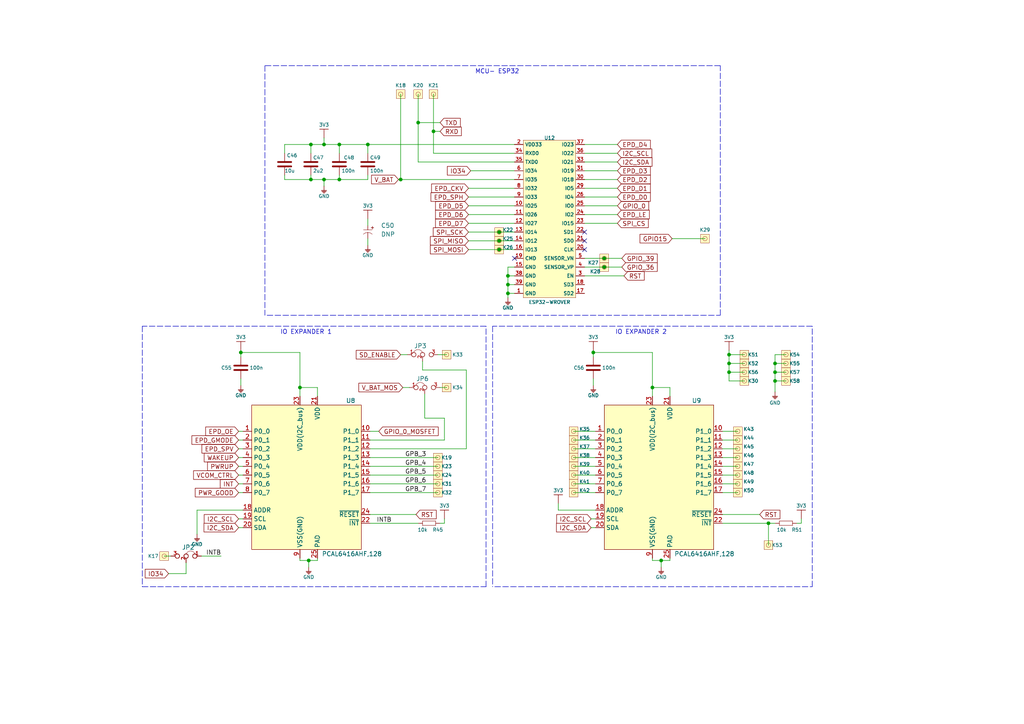
<source format=kicad_sch>
(kicad_sch (version 20211123) (generator eeschema)

  (uuid 7978ec9a-86ee-4430-8291-003318b5955f)

  (paper "A4")

  (title_block
    (title "Soldered Inkplate 6")
    (date "2022-11-16")
    (rev "V1.2.0")
    (company "SOLDERED")
    (comment 1 "333232")
  )

  (lib_symbols
    (symbol "e-radionica.com schematics:0603C" (pin_numbers hide) (pin_names (offset 0.002)) (in_bom yes) (on_board yes)
      (property "Reference" "C" (id 0) (at 0 3.81 0)
        (effects (font (size 1 1)))
      )
      (property "Value" "0603C" (id 1) (at 0 -3.175 0)
        (effects (font (size 1 1)))
      )
      (property "Footprint" "e-radionica.com footprinti:0603C" (id 2) (at 0.635 -4.445 0)
        (effects (font (size 1 1)) hide)
      )
      (property "Datasheet" "" (id 3) (at 0 0 0)
        (effects (font (size 1 1)) hide)
      )
      (symbol "0603C_0_1"
        (polyline
          (pts
            (xy -0.635 1.905)
            (xy -0.635 -1.905)
          )
          (stroke (width 0.5) (type default) (color 0 0 0 0))
          (fill (type none))
        )
        (polyline
          (pts
            (xy 0.635 1.905)
            (xy 0.635 -1.905)
          )
          (stroke (width 0.5) (type default) (color 0 0 0 0))
          (fill (type none))
        )
      )
      (symbol "0603C_1_1"
        (pin passive line (at -3.175 0 0) (length 2.54)
          (name "~" (effects (font (size 1.27 1.27))))
          (number "1" (effects (font (size 1.27 1.27))))
        )
        (pin passive line (at 3.175 0 180) (length 2.54)
          (name "~" (effects (font (size 1.27 1.27))))
          (number "2" (effects (font (size 1.27 1.27))))
        )
      )
    )
    (symbol "e-radionica.com schematics:0603R" (pin_numbers hide) (pin_names (offset 0.254)) (in_bom yes) (on_board yes)
      (property "Reference" "R" (id 0) (at 0 1.27 0)
        (effects (font (size 1 1)))
      )
      (property "Value" "0603R" (id 1) (at 0 -1.905 0)
        (effects (font (size 1 1)))
      )
      (property "Footprint" "e-radionica.com footprinti:0603R" (id 2) (at 0 -3.81 0)
        (effects (font (size 1 1)) hide)
      )
      (property "Datasheet" "" (id 3) (at -0.635 1.905 0)
        (effects (font (size 1 1)) hide)
      )
      (symbol "0603R_0_1"
        (rectangle (start -1.905 -0.635) (end 1.905 -0.6604)
          (stroke (width 0.1) (type default) (color 0 0 0 0))
          (fill (type none))
        )
        (rectangle (start -1.905 0.635) (end -1.8796 -0.635)
          (stroke (width 0.1) (type default) (color 0 0 0 0))
          (fill (type none))
        )
        (rectangle (start -1.905 0.635) (end 1.905 0.6096)
          (stroke (width 0.1) (type default) (color 0 0 0 0))
          (fill (type none))
        )
        (rectangle (start 1.905 0.635) (end 1.9304 -0.635)
          (stroke (width 0.1) (type default) (color 0 0 0 0))
          (fill (type none))
        )
      )
      (symbol "0603R_1_1"
        (pin passive line (at -3.175 0 0) (length 1.27)
          (name "~" (effects (font (size 1.27 1.27))))
          (number "1" (effects (font (size 1.27 1.27))))
        )
        (pin passive line (at 3.175 0 180) (length 1.27)
          (name "~" (effects (font (size 1.27 1.27))))
          (number "2" (effects (font (size 1.27 1.27))))
        )
      )
    )
    (symbol "e-radionica.com schematics:1206C" (pin_numbers hide) (in_bom yes) (on_board yes)
      (property "Reference" "C" (id 0) (at 0 3.81 0)
        (effects (font (size 1 1)))
      )
      (property "Value" "1206C" (id 1) (at 0 -3.175 0)
        (effects (font (size 1 1)))
      )
      (property "Footprint" "e-radionica.com footprinti:1206C" (id 2) (at 0 -5.08 0)
        (effects (font (size 1 1)) hide)
      )
      (property "Datasheet" "" (id 3) (at 0 0 0)
        (effects (font (size 1 1)) hide)
      )
      (symbol "1206C_0_1"
        (polyline
          (pts
            (xy -0.635 1.905)
            (xy -0.635 -1.905)
          )
          (stroke (width 0.5) (type default) (color 0 0 0 0))
          (fill (type none))
        )
        (polyline
          (pts
            (xy 0.635 1.905)
            (xy 0.635 -1.905)
          )
          (stroke (width 0.5) (type default) (color 0 0 0 0))
          (fill (type none))
        )
      )
      (symbol "1206C_1_1"
        (pin passive line (at -3.175 0 0) (length 2.54)
          (name "~" (effects (font (size 1.27 1.27))))
          (number "1" (effects (font (size 1.27 1.27))))
        )
        (pin passive line (at 3.175 0 180) (length 2.54)
          (name "~" (effects (font (size 1.27 1.27))))
          (number "2" (effects (font (size 1.27 1.27))))
        )
      )
    )
    (symbol "e-radionica.com schematics:2917C" (pin_numbers hide) (pin_names hide) (in_bom yes) (on_board yes)
      (property "Reference" "C?" (id 0) (at 0 0 0)
        (effects (font (size 1.27 1.27)))
      )
      (property "Value" "2917C" (id 1) (at 0 0 0)
        (effects (font (size 1.27 1.27)))
      )
      (property "Footprint" "e-radionica.com footprinti:2917C" (id 2) (at 0 0 0)
        (effects (font (size 1.27 1.27)) hide)
      )
      (property "Datasheet" "" (id 3) (at 0 0 0)
        (effects (font (size 1.27 1.27)) hide)
      )
      (property "ki_description" "TANTAL CAP" (id 4) (at 0 0 0)
        (effects (font (size 1.27 1.27)) hide)
      )
      (symbol "2917C_0_0"
        (text "+" (at -0.635 -1.27 0)
          (effects (font (size 1 1)))
        )
      )
      (symbol "2917C_0_1"
        (polyline
          (pts
            (xy 0 -3.81)
            (xy 0 -1.27)
          )
          (stroke (width 0.1) (type default) (color 0 0 0 0))
          (fill (type none))
        )
        (arc (start 1.2699 -1.27) (mid 0.7439 -2.54) (end 1.2699 -3.81)
          (stroke (width 0.1) (type default) (color 0 0 0 0))
          (fill (type none))
        )
      )
      (symbol "2917C_1_1"
        (pin input line (at -1.27 -2.54 0) (length 1.27)
          (name "+" (effects (font (size 1.27 1.27))))
          (number "1" (effects (font (size 1.27 1.27))))
        )
        (pin input line (at 2.54 -2.54 180) (length 1.8)
          (name "-" (effects (font (size 1.27 1.27))))
          (number "2" (effects (font (size 1.27 1.27))))
        )
      )
    )
    (symbol "e-radionica.com schematics:3V3" (power) (pin_names (offset 0)) (in_bom yes) (on_board yes)
      (property "Reference" "#PWR" (id 0) (at 4.445 0 0)
        (effects (font (size 1 1)) hide)
      )
      (property "Value" "3V3" (id 1) (at 0 3.556 0)
        (effects (font (size 1 1)))
      )
      (property "Footprint" "" (id 2) (at 4.445 3.81 0)
        (effects (font (size 1 1)) hide)
      )
      (property "Datasheet" "" (id 3) (at 4.445 3.81 0)
        (effects (font (size 1 1)) hide)
      )
      (property "ki_keywords" "power-flag" (id 4) (at 0 0 0)
        (effects (font (size 1.27 1.27)) hide)
      )
      (property "ki_description" "Power symbol creates a global label with name \"3V3\"" (id 5) (at 0 0 0)
        (effects (font (size 1.27 1.27)) hide)
      )
      (symbol "3V3_0_1"
        (polyline
          (pts
            (xy -1.27 2.54)
            (xy 1.27 2.54)
          )
          (stroke (width 0.16) (type default) (color 0 0 0 0))
          (fill (type none))
        )
        (polyline
          (pts
            (xy 0 0)
            (xy 0 2.54)
          )
          (stroke (width 0) (type default) (color 0 0 0 0))
          (fill (type none))
        )
      )
      (symbol "3V3_1_1"
        (pin power_in line (at 0 0 90) (length 0) hide
          (name "3V3" (effects (font (size 1.27 1.27))))
          (number "1" (effects (font (size 1.27 1.27))))
        )
      )
    )
    (symbol "e-radionica.com schematics:ESP32-WROVER" (in_bom yes) (on_board yes)
      (property "Reference" "U" (id 0) (at -6.35 25.4 0)
        (effects (font (size 1 1)))
      )
      (property "Value" "ESP32-WROVER" (id 1) (at 0 -22.86 0)
        (effects (font (size 1 1)))
      )
      (property "Footprint" "e-radionica.com footprinti:ESP32-WROVER" (id 2) (at 0 -24.13 0)
        (effects (font (size 1 1)) hide)
      )
      (property "Datasheet" "" (id 3) (at 0 0 0)
        (effects (font (size 1 1)) hide)
      )
      (symbol "ESP32-WROVER_0_1"
        (rectangle (start -7.62 24.13) (end 7.62 -21.59)
          (stroke (width 0.001) (type default) (color 0 0 0 0))
          (fill (type background))
        )
      )
      (symbol "ESP32-WROVER_1_1"
        (pin power_in line (at -10.16 -20.32 0) (length 2.54)
          (name "GND" (effects (font (size 1 1))))
          (number "1" (effects (font (size 1 1))))
        )
        (pin bidirectional line (at -10.16 5.08 0) (length 2.54)
          (name "IO25" (effects (font (size 1 1))))
          (number "10" (effects (font (size 1 1))))
        )
        (pin bidirectional line (at -10.16 2.54 0) (length 2.54)
          (name "IO26" (effects (font (size 1 1))))
          (number "11" (effects (font (size 1 1))))
        )
        (pin bidirectional line (at -10.16 0 0) (length 2.54)
          (name "IO27" (effects (font (size 1 1))))
          (number "12" (effects (font (size 1 1))))
        )
        (pin bidirectional line (at -10.16 -2.54 0) (length 2.54)
          (name "IO14" (effects (font (size 1 1))))
          (number "13" (effects (font (size 1 1))))
        )
        (pin bidirectional line (at -10.16 -5.08 0) (length 2.54)
          (name "IO12" (effects (font (size 1 1))))
          (number "14" (effects (font (size 1 1))))
        )
        (pin power_in line (at -10.16 -12.7 0) (length 2.54)
          (name "GND" (effects (font (size 1 1))))
          (number "15" (effects (font (size 1 1))))
        )
        (pin bidirectional line (at -10.16 -7.62 0) (length 2.54)
          (name "IO13" (effects (font (size 1 1))))
          (number "16" (effects (font (size 1 1))))
        )
        (pin bidirectional line (at 10.16 -20.32 180) (length 2.54)
          (name "SD2" (effects (font (size 1 1))))
          (number "17" (effects (font (size 1 1))))
        )
        (pin bidirectional line (at 10.16 -17.78 180) (length 2.54)
          (name "SD3" (effects (font (size 1 1))))
          (number "18" (effects (font (size 1 1))))
        )
        (pin bidirectional line (at -10.16 -10.16 0) (length 2.54)
          (name "CMD" (effects (font (size 1 1))))
          (number "19" (effects (font (size 1 1))))
        )
        (pin power_in line (at -10.16 22.86 0) (length 2.54)
          (name "VDD33" (effects (font (size 1 1))))
          (number "2" (effects (font (size 1 1))))
        )
        (pin bidirectional line (at 10.16 -7.62 180) (length 2.54)
          (name "CLK" (effects (font (size 1 1))))
          (number "20" (effects (font (size 1 1))))
        )
        (pin bidirectional line (at 10.16 -5.08 180) (length 2.54)
          (name "SD0" (effects (font (size 1 1))))
          (number "21" (effects (font (size 1 1))))
        )
        (pin bidirectional line (at 10.16 -2.54 180) (length 2.54)
          (name "SD1" (effects (font (size 1 1))))
          (number "22" (effects (font (size 1 1))))
        )
        (pin bidirectional line (at 10.16 0 180) (length 2.54)
          (name "IO15" (effects (font (size 1 1))))
          (number "23" (effects (font (size 1 1))))
        )
        (pin bidirectional line (at 10.16 2.54 180) (length 2.54)
          (name "IO2" (effects (font (size 1 1))))
          (number "24" (effects (font (size 1 1))))
        )
        (pin bidirectional line (at 10.16 5.08 180) (length 2.54)
          (name "IO0" (effects (font (size 1 1))))
          (number "25" (effects (font (size 1 1))))
        )
        (pin bidirectional line (at 10.16 7.62 180) (length 2.54)
          (name "IO4" (effects (font (size 1 1))))
          (number "26" (effects (font (size 1 1))))
        )
        (pin bidirectional line (at 10.16 10.16 180) (length 2.54)
          (name "IO5" (effects (font (size 1 1))))
          (number "29" (effects (font (size 1 1))))
        )
        (pin bidirectional line (at 10.16 -15.24 180) (length 2.54)
          (name "EN" (effects (font (size 1 1))))
          (number "3" (effects (font (size 1 1))))
        )
        (pin bidirectional line (at 10.16 12.7 180) (length 2.54)
          (name "IO18" (effects (font (size 1 1))))
          (number "30" (effects (font (size 1 1))))
        )
        (pin bidirectional line (at 10.16 15.24 180) (length 2.54)
          (name "IO19" (effects (font (size 1 1))))
          (number "31" (effects (font (size 1 1))))
        )
        (pin bidirectional line (at 10.16 17.78 180) (length 2.54)
          (name "IO21" (effects (font (size 1 1))))
          (number "33" (effects (font (size 1 1))))
        )
        (pin bidirectional line (at -10.16 20.32 0) (length 2.54)
          (name "RXD0" (effects (font (size 1 1))))
          (number "34" (effects (font (size 1 1))))
        )
        (pin bidirectional line (at -10.16 17.78 0) (length 2.54)
          (name "TXD0" (effects (font (size 1 1))))
          (number "35" (effects (font (size 1 1))))
        )
        (pin bidirectional line (at 10.16 20.32 180) (length 2.54)
          (name "IO22" (effects (font (size 1 1))))
          (number "36" (effects (font (size 1 1))))
        )
        (pin bidirectional line (at 10.16 22.86 180) (length 2.54)
          (name "IO23" (effects (font (size 1 1))))
          (number "37" (effects (font (size 1 1))))
        )
        (pin power_in line (at -10.16 -15.24 0) (length 2.54)
          (name "GND" (effects (font (size 1 1))))
          (number "38" (effects (font (size 1 1))))
        )
        (pin power_in line (at -10.16 -17.78 0) (length 2.54)
          (name "GND" (effects (font (size 1 1))))
          (number "39" (effects (font (size 1 1))))
        )
        (pin bidirectional line (at 10.16 -12.7 180) (length 2.54)
          (name "SENSOR_VP" (effects (font (size 1 1))))
          (number "4" (effects (font (size 1 1))))
        )
        (pin bidirectional line (at 10.16 -10.16 180) (length 2.54)
          (name "SENSOR_VN" (effects (font (size 1 1))))
          (number "5" (effects (font (size 1 1))))
        )
        (pin bidirectional line (at -10.16 15.24 0) (length 2.54)
          (name "IO34" (effects (font (size 1 1))))
          (number "6" (effects (font (size 1 1))))
        )
        (pin bidirectional line (at -10.16 12.7 0) (length 2.54)
          (name "IO35" (effects (font (size 1 1))))
          (number "7" (effects (font (size 1 1))))
        )
        (pin bidirectional line (at -10.16 10.16 0) (length 2.54)
          (name "IO32" (effects (font (size 1 1))))
          (number "8" (effects (font (size 1 1))))
        )
        (pin bidirectional line (at -10.16 7.62 0) (length 2.54)
          (name "IO33" (effects (font (size 1 1))))
          (number "9" (effects (font (size 1 1))))
        )
      )
    )
    (symbol "e-radionica.com schematics:GND" (power) (pin_names (offset 0)) (in_bom yes) (on_board yes)
      (property "Reference" "#PWR" (id 0) (at 4.445 0 0)
        (effects (font (size 1 1)) hide)
      )
      (property "Value" "GND" (id 1) (at 0 -2.921 0)
        (effects (font (size 1 1)))
      )
      (property "Footprint" "" (id 2) (at 4.445 3.81 0)
        (effects (font (size 1 1)) hide)
      )
      (property "Datasheet" "" (id 3) (at 4.445 3.81 0)
        (effects (font (size 1 1)) hide)
      )
      (property "ki_keywords" "power-flag" (id 4) (at 0 0 0)
        (effects (font (size 1.27 1.27)) hide)
      )
      (property "ki_description" "Power symbol creates a global label with name \"GND\"" (id 5) (at 0 0 0)
        (effects (font (size 1.27 1.27)) hide)
      )
      (symbol "GND_0_1"
        (polyline
          (pts
            (xy -0.762 -1.27)
            (xy 0.762 -1.27)
          )
          (stroke (width 0.16) (type default) (color 0 0 0 0))
          (fill (type none))
        )
        (polyline
          (pts
            (xy -0.635 -1.524)
            (xy 0.635 -1.524)
          )
          (stroke (width 0.16) (type default) (color 0 0 0 0))
          (fill (type none))
        )
        (polyline
          (pts
            (xy -0.381 -1.778)
            (xy 0.381 -1.778)
          )
          (stroke (width 0.16) (type default) (color 0 0 0 0))
          (fill (type none))
        )
        (polyline
          (pts
            (xy -0.127 -2.032)
            (xy 0.127 -2.032)
          )
          (stroke (width 0.16) (type default) (color 0 0 0 0))
          (fill (type none))
        )
        (polyline
          (pts
            (xy 0 0)
            (xy 0 -1.27)
          )
          (stroke (width 0.16) (type default) (color 0 0 0 0))
          (fill (type none))
        )
      )
      (symbol "GND_1_1"
        (pin power_in line (at 0 0 270) (length 0) hide
          (name "GND" (effects (font (size 1.27 1.27))))
          (number "1" (effects (font (size 1.27 1.27))))
        )
      )
    )
    (symbol "e-radionica.com schematics:HEADER_MALE_1X1_Inkplate" (pin_numbers hide) (pin_names hide) (in_bom yes) (on_board yes)
      (property "Reference" "K" (id 0) (at 0 2.54 0)
        (effects (font (size 1 1)))
      )
      (property "Value" "HEADER_MALE_1X1_Inkplate" (id 1) (at 0 -2.54 0)
        (effects (font (size 1 1)))
      )
      (property "Footprint" "e-radionica.com footprinti:HEADER_MALE_1X1_Inkplate" (id 2) (at 0 -5.08 0)
        (effects (font (size 1 1)) hide)
      )
      (property "Datasheet" "" (id 3) (at 0 0 0)
        (effects (font (size 1 1)) hide)
      )
      (symbol "HEADER_MALE_1X1_Inkplate_0_1"
        (rectangle (start -1.27 1.27) (end 1.27 -1.27)
          (stroke (width 0.001) (type default) (color 0 0 0 0))
          (fill (type background))
        )
        (circle (center 0 0) (radius 0.635)
          (stroke (width 0.0006) (type default) (color 0 0 0 0))
          (fill (type none))
        )
      )
      (symbol "HEADER_MALE_1X1_Inkplate_1_1"
        (pin passive line (at 0 0 180) (length 0)
          (name "~" (effects (font (size 1 1))))
          (number "1" (effects (font (size 1 1))))
        )
      )
    )
    (symbol "e-radionica.com schematics:PCAL6416AHF,128" (in_bom yes) (on_board yes)
      (property "Reference" "U" (id 0) (at 1.27 -5.08 0)
        (effects (font (size 1.27 1.27)))
      )
      (property "Value" "PCAL6416AHF,128" (id 1) (at 1.27 0 0)
        (effects (font (size 1.27 1.27)))
      )
      (property "Footprint" "e-radionica.com footprinti:PCAL6416AHF,128" (id 2) (at 0 31.75 0)
        (effects (font (size 1.27 1.27)) hide)
      )
      (property "Datasheet" "" (id 3) (at -15.24 11.43 0)
        (effects (font (size 1.27 1.27)) hide)
      )
      (symbol "PCAL6416AHF,128_0_0"
        (rectangle (start -15.24 20.32) (end 16.51 -21.59)
          (stroke (width 0) (type default) (color 0 0 0 0))
          (fill (type background))
        )
        (pin passive line (at 3.81 -24.13 90) (length 2.54)
          (name "PAD" (effects (font (size 1.27 1.27))))
          (number "25" (effects (font (size 1.27 1.27))))
        )
      )
      (symbol "PCAL6416AHF,128_1_1"
        (pin passive line (at -17.78 12.7 0) (length 2.54)
          (name "P0_0" (effects (font (size 1.27 1.27))))
          (number "1" (effects (font (size 1.27 1.27))))
        )
        (pin passive line (at 19.05 12.7 180) (length 2.54)
          (name "P1_0" (effects (font (size 1.27 1.27))))
          (number "10" (effects (font (size 1.27 1.27))))
        )
        (pin passive line (at 19.05 10.16 180) (length 2.54)
          (name "P1_1" (effects (font (size 1.27 1.27))))
          (number "11" (effects (font (size 1.27 1.27))))
        )
        (pin passive line (at 19.05 7.62 180) (length 2.54)
          (name "P1_2" (effects (font (size 1.27 1.27))))
          (number "12" (effects (font (size 1.27 1.27))))
        )
        (pin passive line (at 19.05 5.08 180) (length 2.54)
          (name "P1_3" (effects (font (size 1.27 1.27))))
          (number "13" (effects (font (size 1.27 1.27))))
        )
        (pin passive line (at 19.05 2.54 180) (length 2.54)
          (name "P1_4" (effects (font (size 1.27 1.27))))
          (number "14" (effects (font (size 1.27 1.27))))
        )
        (pin passive line (at 19.05 0 180) (length 2.54)
          (name "P1_5" (effects (font (size 1.27 1.27))))
          (number "15" (effects (font (size 1.27 1.27))))
        )
        (pin passive line (at 19.05 -2.54 180) (length 2.54)
          (name "P1_6" (effects (font (size 1.27 1.27))))
          (number "16" (effects (font (size 1.27 1.27))))
        )
        (pin passive line (at 19.05 -5.08 180) (length 2.54)
          (name "P1_7" (effects (font (size 1.27 1.27))))
          (number "17" (effects (font (size 1.27 1.27))))
        )
        (pin passive line (at -17.78 -10.16 0) (length 2.54)
          (name "ADDR" (effects (font (size 1.27 1.27))))
          (number "18" (effects (font (size 1.27 1.27))))
        )
        (pin passive line (at -17.78 -12.7 0) (length 2.54)
          (name "SCL" (effects (font (size 1.27 1.27))))
          (number "19" (effects (font (size 1.27 1.27))))
        )
        (pin passive line (at -17.78 10.16 0) (length 2.54)
          (name "P0_1" (effects (font (size 1.27 1.27))))
          (number "2" (effects (font (size 1.27 1.27))))
        )
        (pin passive line (at -17.78 -15.24 0) (length 2.54)
          (name "SDA" (effects (font (size 1.27 1.27))))
          (number "20" (effects (font (size 1.27 1.27))))
        )
        (pin passive line (at 3.81 22.86 270) (length 2.54)
          (name "VDD" (effects (font (size 1.27 1.27))))
          (number "21" (effects (font (size 1.27 1.27))))
        )
        (pin passive line (at 19.05 -13.97 180) (length 2.54)
          (name "~{INT}" (effects (font (size 1.27 1.27))))
          (number "22" (effects (font (size 1.27 1.27))))
        )
        (pin passive line (at -1.27 22.86 270) (length 2.54)
          (name "VDD(I2C_bus)" (effects (font (size 1.27 1.27))))
          (number "23" (effects (font (size 1.27 1.27))))
        )
        (pin passive line (at 19.05 -11.43 180) (length 2.54)
          (name "~{RESET}" (effects (font (size 1.27 1.27))))
          (number "24" (effects (font (size 1.27 1.27))))
        )
        (pin passive line (at -17.78 7.62 0) (length 2.54)
          (name "P0_2" (effects (font (size 1.27 1.27))))
          (number "3" (effects (font (size 1.27 1.27))))
        )
        (pin passive line (at -17.78 5.08 0) (length 2.54)
          (name "P0_3" (effects (font (size 1.27 1.27))))
          (number "4" (effects (font (size 1.27 1.27))))
        )
        (pin passive line (at -17.78 2.54 0) (length 2.54)
          (name "P0_4" (effects (font (size 1.27 1.27))))
          (number "5" (effects (font (size 1.27 1.27))))
        )
        (pin passive line (at -17.78 0 0) (length 2.54)
          (name "P0_5" (effects (font (size 1.27 1.27))))
          (number "6" (effects (font (size 1.27 1.27))))
        )
        (pin passive line (at -17.78 -2.54 0) (length 2.54)
          (name "P0_6" (effects (font (size 1.27 1.27))))
          (number "7" (effects (font (size 1.27 1.27))))
        )
        (pin passive line (at -17.78 -5.08 0) (length 2.54)
          (name "P0_7" (effects (font (size 1.27 1.27))))
          (number "8" (effects (font (size 1.27 1.27))))
        )
        (pin passive line (at -1.27 -24.13 90) (length 2.54)
          (name "VSS(GND)" (effects (font (size 1.27 1.27))))
          (number "9" (effects (font (size 1.27 1.27))))
        )
      )
    )
    (symbol "e-radionica.com schematics:SMD_JUMPER_3_PAD_CONNECTED_LEFT_TRACE" (in_bom yes) (on_board yes)
      (property "Reference" "JP" (id 0) (at 0 3.81 0)
        (effects (font (size 1.27 1.27)))
      )
      (property "Value" "SMD_JUMPER_3_PAD_CONNECTED_LEFT_TRACE" (id 1) (at -1.27 -7.62 0)
        (effects (font (size 1.27 1.27)) hide)
      )
      (property "Footprint" "e-radionica.com footprinti:SMD_JUMPER_3_PAD_CONNECTED_LEFT_TRACE" (id 2) (at 2.54 -12.7 0)
        (effects (font (size 1.27 1.27)) hide)
      )
      (property "Datasheet" "" (id 3) (at 0 0 0)
        (effects (font (size 1.27 1.27)) hide)
      )
      (symbol "SMD_JUMPER_3_PAD_CONNECTED_LEFT_TRACE_0_1"
        (arc (start -0.635 0.5842) (mid -1.9346 1.472) (end -3.2512 0.6096)
          (stroke (width 0.1) (type default) (color 0 0 0 0))
          (fill (type none))
        )
      )
      (symbol "SMD_JUMPER_3_PAD_CONNECTED_LEFT_TRACE_1_1"
        (pin passive inverted (at -5.08 0 0) (length 2.54)
          (name "" (effects (font (size 1 1))))
          (number "1" (effects (font (size 1 1))))
        )
        (pin passive inverted (at -0.635 -1.905 90) (length 2.54)
          (name "" (effects (font (size 1 1))))
          (number "2" (effects (font (size 1 1))))
        )
        (pin passive inverted (at 3.81 0 180) (length 2.54)
          (name "" (effects (font (size 1 1))))
          (number "3" (effects (font (size 1 1))))
        )
      )
    )
  )

  (junction (at 116.205 52.07) (diameter 0) (color 0 0 0 0)
    (uuid 1164724b-f71c-42d7-a081-29804061c857)
  )
  (junction (at 86.995 112.395) (diameter 0) (color 0 0 0 0)
    (uuid 20c0d1bc-5681-481e-bbc4-46c9c15db3cc)
  )
  (junction (at 147.32 85.09) (diameter 0) (color 0 0 0 0)
    (uuid 210bb97c-e3e5-4a3a-bd46-e092f05f2ad0)
  )
  (junction (at 93.98 41.91) (diameter 0) (color 0 0 0 0)
    (uuid 2682d77f-5320-4892-ad85-99a437e4c2af)
  )
  (junction (at 147.32 82.55) (diameter 0) (color 0 0 0 0)
    (uuid 3680ae68-17d8-4629-8e19-e236a42af305)
  )
  (junction (at 224.79 105.41) (diameter 0) (color 0 0 0 0)
    (uuid 42525d00-1a06-44b1-a393-f411ccf21096)
  )
  (junction (at 125.73 38.1) (diameter 0) (color 0 0 0 0)
    (uuid 4583ae20-9654-4f8a-a372-c7170df04a33)
  )
  (junction (at 106.68 41.91) (diameter 0) (color 0 0 0 0)
    (uuid 729a5358-c057-421b-802a-8a8a0fe4e3c7)
  )
  (junction (at 144.78 67.31) (diameter 0) (color 0 0 0 0)
    (uuid 77f0dad1-23b3-4f12-9b98-aeef645106e9)
  )
  (junction (at 211.455 107.95) (diameter 0) (color 0 0 0 0)
    (uuid 91176138-96bf-421f-a49b-5a28c6717188)
  )
  (junction (at 175.26 74.93) (diameter 0) (color 0 0 0 0)
    (uuid 948d80b0-941f-4d79-a978-50d9361d913e)
  )
  (junction (at 224.79 110.49) (diameter 0) (color 0 0 0 0)
    (uuid 993991a5-6e69-4fa9-babc-02c991109899)
  )
  (junction (at 90.17 52.07) (diameter 0) (color 0 0 0 0)
    (uuid 9d547530-bffe-4a1b-8e1c-26589406cb3d)
  )
  (junction (at 121.285 35.56) (diameter 0) (color 0 0 0 0)
    (uuid 9ed81c09-4f2f-4458-a9d9-39d0dd255297)
  )
  (junction (at 175.26 77.47) (diameter 0) (color 0 0 0 0)
    (uuid a84d1fb2-36cd-44a6-8132-4b5a9c6bef3e)
  )
  (junction (at 211.455 105.41) (diameter 0) (color 0 0 0 0)
    (uuid b6e1fa5a-567e-4daa-a813-b3bfddcf1ea9)
  )
  (junction (at 147.32 80.01) (diameter 0) (color 0 0 0 0)
    (uuid b776618f-158e-477e-b07c-cb391f4a81e3)
  )
  (junction (at 98.425 52.07) (diameter 0) (color 0 0 0 0)
    (uuid bb63e625-7d30-4511-a7e8-c5f77dc5aa90)
  )
  (junction (at 93.98 52.07) (diameter 0) (color 0 0 0 0)
    (uuid c1ac3d80-89a6-412c-a0c1-4aa5269b6e8c)
  )
  (junction (at 211.455 102.87) (diameter 0) (color 0 0 0 0)
    (uuid c4e50b2d-e7ad-4afe-8c9d-30a8b6d511dd)
  )
  (junction (at 98.425 41.91) (diameter 0) (color 0 0 0 0)
    (uuid c7008048-731a-4bdd-9e83-c74731395765)
  )
  (junction (at 90.17 41.91) (diameter 0) (color 0 0 0 0)
    (uuid ca389746-c0bf-4ceb-86aa-29d48921374e)
  )
  (junction (at 224.79 107.95) (diameter 0) (color 0 0 0 0)
    (uuid cd66b663-ba01-42ce-ba46-8c7f3358ff63)
  )
  (junction (at 144.78 69.85) (diameter 0) (color 0 0 0 0)
    (uuid cd8e3221-1f50-47fa-b0f7-78417f9d012e)
  )
  (junction (at 144.78 72.39) (diameter 0) (color 0 0 0 0)
    (uuid e1d6e649-706a-44a8-8ddf-4a977318a634)
  )
  (junction (at 189.23 112.395) (diameter 0) (color 0 0 0 0)
    (uuid f1c069f6-3a8a-4b3f-841b-93adbc0173a8)
  )
  (junction (at 69.85 102.235) (diameter 0) (color 0 0 0 0)
    (uuid f2b14fd6-fa76-48ca-8893-71356364b528)
  )
  (junction (at 222.885 151.765) (diameter 0) (color 0 0 0 0)
    (uuid f549e0e5-100b-4a91-882c-6029c01abfd2)
  )
  (junction (at 191.77 162.56) (diameter 0) (color 0 0 0 0)
    (uuid f8140ec0-d2fd-4003-8f45-a3b7fb757361)
  )
  (junction (at 172.085 102.235) (diameter 0) (color 0 0 0 0)
    (uuid f8a63002-cf4b-4538-b69d-4273a871b461)
  )
  (junction (at 89.535 162.56) (diameter 0) (color 0 0 0 0)
    (uuid fc2267cf-0430-40b6-a44f-39630c1a798c)
  )

  (no_connect (at 149.225 74.93) (uuid 0f4deb1b-d609-44cf-85a2-cf8e5fa929a5))
  (no_connect (at 169.545 67.31) (uuid bb770148-0f8f-4f92-91fe-3c14c24d7858))
  (no_connect (at 169.545 69.85) (uuid c6ea8453-ede0-4f49-bfcf-5f1347b65b27))
  (no_connect (at 169.545 72.39) (uuid e0ca332b-ef5a-4d62-bc46-3ad008968385))

  (wire (pts (xy 224.79 105.41) (xy 227.965 105.41))
    (stroke (width 0) (type default) (color 0 0 0 0))
    (uuid 00e88443-2057-4d81-b8da-d0e4d88fa1a4)
  )
  (wire (pts (xy 98.425 52.07) (xy 93.98 52.07))
    (stroke (width 0) (type default) (color 0 0 0 0))
    (uuid 01069e79-3048-4949-b191-d50f8b5694c1)
  )
  (wire (pts (xy 135.89 59.69) (xy 149.225 59.69))
    (stroke (width 0) (type default) (color 0 0 0 0))
    (uuid 07afd479-bd63-437f-baef-03e6d84e7c73)
  )
  (polyline (pts (xy 41.275 170.18) (xy 45.72 170.18))
    (stroke (width 0) (type default) (color 0 0 0 0))
    (uuid 08877198-50f0-47cf-86f6-0302ab15e86f)
  )

  (wire (pts (xy 172.085 102.235) (xy 172.085 103.505))
    (stroke (width 0) (type default) (color 0 0 0 0))
    (uuid 0a416c10-e879-4362-b4ec-fcfc2e01f617)
  )
  (wire (pts (xy 215.9 110.49) (xy 211.455 110.49))
    (stroke (width 0) (type default) (color 0 0 0 0))
    (uuid 0a9372e5-7c3a-42b7-b32c-4103332a7e9b)
  )
  (polyline (pts (xy 208.915 91.44) (xy 208.915 19.05))
    (stroke (width 0) (type default) (color 0 0 0 0))
    (uuid 0d362da4-a2bf-40a8-a7f6-cf9806c5c1a6)
  )

  (wire (pts (xy 128.905 150.495) (xy 128.905 151.765))
    (stroke (width 0) (type default) (color 0 0 0 0))
    (uuid 0f1d5ad5-791a-42fa-8bbe-b96605eb9639)
  )
  (wire (pts (xy 147.32 80.01) (xy 149.225 80.01))
    (stroke (width 0) (type default) (color 0 0 0 0))
    (uuid 11373290-3f3c-4e62-96f2-5167ffc9acfb)
  )
  (wire (pts (xy 107.315 140.335) (xy 127 140.335))
    (stroke (width 0) (type default) (color 0 0 0 0))
    (uuid 1187768a-1d84-447e-9f3e-941f72e89185)
  )
  (wire (pts (xy 224.79 110.49) (xy 224.79 107.95))
    (stroke (width 0) (type default) (color 0 0 0 0))
    (uuid 11dc595c-ba0c-42ff-8cd6-2f8dfa033ea5)
  )
  (wire (pts (xy 194.31 162.56) (xy 191.77 162.56))
    (stroke (width 0) (type default) (color 0 0 0 0))
    (uuid 160c2367-d988-4b6b-a574-bf658edd4c0b)
  )
  (wire (pts (xy 69.85 102.235) (xy 69.85 103.505))
    (stroke (width 0) (type default) (color 0 0 0 0))
    (uuid 16930de6-2ad6-40e6-bebe-ee5e0f818621)
  )
  (wire (pts (xy 125.73 44.45) (xy 149.225 44.45))
    (stroke (width 0) (type default) (color 0 0 0 0))
    (uuid 170d85b0-6ad3-4c59-943d-df52f54c153a)
  )
  (wire (pts (xy 169.545 74.93) (xy 175.26 74.93))
    (stroke (width 0) (type default) (color 0 0 0 0))
    (uuid 1b3a92a5-c073-4f7e-b348-0e980687776a)
  )
  (wire (pts (xy 116.205 52.07) (xy 149.225 52.07))
    (stroke (width 0) (type default) (color 0 0 0 0))
    (uuid 1c2b63bc-e5e8-4541-9c31-4b05ce92edd0)
  )
  (polyline (pts (xy 235.585 94.615) (xy 142.875 94.615))
    (stroke (width 0) (type default) (color 0 0 0 0))
    (uuid 1c98403b-3b9d-4d39-a8b7-271de6680bce)
  )

  (wire (pts (xy 189.23 161.925) (xy 189.23 162.56))
    (stroke (width 0) (type default) (color 0 0 0 0))
    (uuid 1e692132-920d-40fe-946a-4817b26f4c0a)
  )
  (wire (pts (xy 215.9 105.41) (xy 211.455 105.41))
    (stroke (width 0) (type default) (color 0 0 0 0))
    (uuid 1ef384c7-5b28-4fd9-8050-c63974c2f260)
  )
  (wire (pts (xy 144.78 69.85) (xy 149.225 69.85))
    (stroke (width 0) (type default) (color 0 0 0 0))
    (uuid 1f755f13-ada9-4483-8e0c-384b30b433e8)
  )
  (wire (pts (xy 166.37 142.875) (xy 172.72 142.875))
    (stroke (width 0) (type default) (color 0 0 0 0))
    (uuid 202c7220-db42-4f09-812b-6d26df5c4085)
  )
  (wire (pts (xy 135.255 107.315) (xy 135.255 130.175))
    (stroke (width 0) (type default) (color 0 0 0 0))
    (uuid 213f38a9-b0fb-4dca-8a4e-28b638772f5c)
  )
  (wire (pts (xy 122.555 104.775) (xy 122.555 107.315))
    (stroke (width 0) (type default) (color 0 0 0 0))
    (uuid 2516f2c7-b85b-4b40-acb5-9e86864bd998)
  )
  (wire (pts (xy 86.995 161.925) (xy 86.995 162.56))
    (stroke (width 0) (type default) (color 0 0 0 0))
    (uuid 283bc06a-5dab-47f5-932b-ef16c959ac5c)
  )
  (wire (pts (xy 169.545 64.77) (xy 179.07 64.77))
    (stroke (width 0) (type default) (color 0 0 0 0))
    (uuid 28f2a786-4636-4864-8f3d-c856f315e15d)
  )
  (wire (pts (xy 149.225 41.91) (xy 106.68 41.91))
    (stroke (width 0) (type default) (color 0 0 0 0))
    (uuid 29406521-bd04-4360-af2f-3b672147865b)
  )
  (wire (pts (xy 69.215 153.035) (xy 70.485 153.035))
    (stroke (width 0) (type default) (color 0 0 0 0))
    (uuid 29647f36-41ba-4741-90b9-50b0de23fb8b)
  )
  (wire (pts (xy 161.925 147.955) (xy 172.72 147.955))
    (stroke (width 0) (type default) (color 0 0 0 0))
    (uuid 29b2f822-6d35-4758-b40a-6b84f1e35786)
  )
  (wire (pts (xy 227.965 107.95) (xy 224.79 107.95))
    (stroke (width 0) (type default) (color 0 0 0 0))
    (uuid 2a5f06fe-a047-4ba0-ac3b-a4b14a357abf)
  )
  (wire (pts (xy 135.89 72.39) (xy 144.78 72.39))
    (stroke (width 0) (type default) (color 0 0 0 0))
    (uuid 2ac16773-7f70-47f5-91bc-c21de02f132c)
  )
  (wire (pts (xy 69.215 135.255) (xy 70.485 135.255))
    (stroke (width 0) (type default) (color 0 0 0 0))
    (uuid 2f3bb116-7556-4788-a9ec-42b61a7a00e3)
  )
  (wire (pts (xy 169.545 62.23) (xy 179.07 62.23))
    (stroke (width 0) (type default) (color 0 0 0 0))
    (uuid 2fc17f54-5ebf-440b-909c-0b7ea8dcd41b)
  )
  (wire (pts (xy 231.14 151.765) (xy 232.41 151.765))
    (stroke (width 0) (type default) (color 0 0 0 0))
    (uuid 2ff899c4-f7e7-4b92-818a-4b488f9548ed)
  )
  (polyline (pts (xy 142.875 94.615) (xy 142.875 170.18))
    (stroke (width 0) (type default) (color 0 0 0 0))
    (uuid 3090b06b-c41e-4b0a-929b-9d62c737ea30)
  )

  (wire (pts (xy 82.55 41.91) (xy 82.55 44.45))
    (stroke (width 0) (type default) (color 0 0 0 0))
    (uuid 33129d7f-de8d-4e5b-93ee-02c23585dfa1)
  )
  (wire (pts (xy 106.68 63.5) (xy 106.68 65.405))
    (stroke (width 0) (type default) (color 0 0 0 0))
    (uuid 3443719e-07c5-4259-a453-3e685af46561)
  )
  (wire (pts (xy 232.41 150.495) (xy 232.41 151.765))
    (stroke (width 0) (type default) (color 0 0 0 0))
    (uuid 354e124a-d677-4000-8f60-c16bbfd85f6c)
  )
  (wire (pts (xy 69.85 102.235) (xy 86.995 102.235))
    (stroke (width 0) (type default) (color 0 0 0 0))
    (uuid 37099e30-277f-41c3-919b-db1e775d937b)
  )
  (wire (pts (xy 135.89 67.31) (xy 144.78 67.31))
    (stroke (width 0) (type default) (color 0 0 0 0))
    (uuid 37b9e301-96d1-46c3-b81b-875ae06c6836)
  )
  (wire (pts (xy 69.215 140.335) (xy 70.485 140.335))
    (stroke (width 0) (type default) (color 0 0 0 0))
    (uuid 3afb02e9-5b70-4238-bbc2-1d50993ce3b6)
  )
  (wire (pts (xy 121.285 46.99) (xy 149.225 46.99))
    (stroke (width 0) (type default) (color 0 0 0 0))
    (uuid 3bf116c0-ff80-474c-9a53-33007c5780f8)
  )
  (polyline (pts (xy 140.97 170.18) (xy 140.97 94.615))
    (stroke (width 0) (type default) (color 0 0 0 0))
    (uuid 4018dc8a-fa4c-4ddc-a3cc-d324393d86ea)
  )

  (wire (pts (xy 107.315 125.095) (xy 109.855 125.095))
    (stroke (width 0) (type default) (color 0 0 0 0))
    (uuid 4087b6e0-5fb2-4dd7-b7c1-cee8ac931324)
  )
  (wire (pts (xy 107.315 127.635) (xy 128.905 127.635))
    (stroke (width 0) (type default) (color 0 0 0 0))
    (uuid 40dbaaa8-bb4b-4eda-bfad-0879b18235c9)
  )
  (wire (pts (xy 191.77 162.56) (xy 191.77 164.465))
    (stroke (width 0) (type default) (color 0 0 0 0))
    (uuid 4144058f-bf62-446b-8266-793f0b35f288)
  )
  (polyline (pts (xy 41.275 94.615) (xy 41.275 170.18))
    (stroke (width 0) (type default) (color 0 0 0 0))
    (uuid 434521a2-920c-40e3-82c1-0ea61e8b807d)
  )

  (wire (pts (xy 166.37 130.175) (xy 172.72 130.175))
    (stroke (width 0) (type default) (color 0 0 0 0))
    (uuid 43f2ff35-4ddf-472b-8930-536b37061202)
  )
  (wire (pts (xy 98.425 41.91) (xy 93.98 41.91))
    (stroke (width 0) (type default) (color 0 0 0 0))
    (uuid 45599d28-77d2-40f8-a01f-a492a31cb4f2)
  )
  (wire (pts (xy 107.315 132.715) (xy 127 132.715))
    (stroke (width 0) (type default) (color 0 0 0 0))
    (uuid 4851828e-0b7a-4916-9f62-6ab6085f5e4a)
  )
  (wire (pts (xy 211.455 110.49) (xy 211.455 107.95))
    (stroke (width 0) (type default) (color 0 0 0 0))
    (uuid 48c6458e-80d6-44de-acd0-c62f94920c8f)
  )
  (wire (pts (xy 93.98 41.91) (xy 90.17 41.91))
    (stroke (width 0) (type default) (color 0 0 0 0))
    (uuid 4a14be34-f8ae-49ba-988b-758a3e918e58)
  )
  (wire (pts (xy 58.42 161.29) (xy 64.135 161.29))
    (stroke (width 0) (type default) (color 0 0 0 0))
    (uuid 4bb558bc-1724-4f15-a8c0-2fe5d4013805)
  )
  (wire (pts (xy 209.55 135.255) (xy 213.995 135.255))
    (stroke (width 0) (type default) (color 0 0 0 0))
    (uuid 4f4a4558-7448-4420-b64a-9c4c86b0beed)
  )
  (wire (pts (xy 69.215 127.635) (xy 70.485 127.635))
    (stroke (width 0) (type default) (color 0 0 0 0))
    (uuid 50144c56-cebb-4827-8fec-6cd53b0e62b0)
  )
  (wire (pts (xy 135.89 57.15) (xy 149.225 57.15))
    (stroke (width 0) (type default) (color 0 0 0 0))
    (uuid 5169cc7d-ecd7-4c14-8fa2-6c3851d79f00)
  )
  (wire (pts (xy 98.425 50.8) (xy 98.425 52.07))
    (stroke (width 0) (type default) (color 0 0 0 0))
    (uuid 57839aec-4e60-49d9-98ec-449cc62017fb)
  )
  (wire (pts (xy 224.79 107.95) (xy 224.79 105.41))
    (stroke (width 0) (type default) (color 0 0 0 0))
    (uuid 578cc2b9-9752-4550-a875-c2873214d8bb)
  )
  (wire (pts (xy 209.55 127.635) (xy 213.995 127.635))
    (stroke (width 0) (type default) (color 0 0 0 0))
    (uuid 581d80f9-c22b-476a-a649-fe11c614c331)
  )
  (wire (pts (xy 172.085 101.6) (xy 172.085 102.235))
    (stroke (width 0) (type default) (color 0 0 0 0))
    (uuid 590dffe7-8d9c-4f3d-9647-7b5aa64d15a0)
  )
  (wire (pts (xy 209.55 137.795) (xy 213.995 137.795))
    (stroke (width 0) (type default) (color 0 0 0 0))
    (uuid 596010d9-7a70-4668-b57e-fc49763f4715)
  )
  (wire (pts (xy 161.925 146.05) (xy 161.925 147.955))
    (stroke (width 0) (type default) (color 0 0 0 0))
    (uuid 5a503952-e379-49c6-9fe5-ede1f45478ed)
  )
  (wire (pts (xy 57.15 147.955) (xy 57.15 154.94))
    (stroke (width 0) (type default) (color 0 0 0 0))
    (uuid 5a5fb2f1-fe0a-43c3-a8e5-5c5ff23c4c5f)
  )
  (wire (pts (xy 175.26 77.47) (xy 180.34 77.47))
    (stroke (width 0) (type default) (color 0 0 0 0))
    (uuid 5acd2d1e-40ec-42c5-9ac2-26349a0c76c3)
  )
  (wire (pts (xy 106.68 52.07) (xy 98.425 52.07))
    (stroke (width 0) (type default) (color 0 0 0 0))
    (uuid 5ca5a1ad-bf72-48a2-9d49-b98be97e2693)
  )
  (wire (pts (xy 166.37 127.635) (xy 172.72 127.635))
    (stroke (width 0) (type default) (color 0 0 0 0))
    (uuid 5e5ce485-e37f-44e5-8902-2ae30a6e89be)
  )
  (wire (pts (xy 166.37 125.095) (xy 172.72 125.095))
    (stroke (width 0) (type default) (color 0 0 0 0))
    (uuid 6573cf10-8339-4c58-9fdf-76e8c01e3a3b)
  )
  (wire (pts (xy 107.315 149.225) (xy 120.65 149.225))
    (stroke (width 0) (type default) (color 0 0 0 0))
    (uuid 67114268-7fb7-44e9-995f-c523c04e79c1)
  )
  (wire (pts (xy 69.215 137.795) (xy 70.485 137.795))
    (stroke (width 0) (type default) (color 0 0 0 0))
    (uuid 69eb474b-1e34-40c4-b341-4d55c3707652)
  )
  (wire (pts (xy 169.545 49.53) (xy 179.07 49.53))
    (stroke (width 0) (type default) (color 0 0 0 0))
    (uuid 6a9be688-93b9-4283-af3e-03ac6d4bd8af)
  )
  (wire (pts (xy 93.98 52.07) (xy 93.98 53.975))
    (stroke (width 0) (type default) (color 0 0 0 0))
    (uuid 6b305a0b-7513-4f28-a37d-428c4e5d4ae0)
  )
  (wire (pts (xy 147.32 82.55) (xy 147.32 85.09))
    (stroke (width 0) (type default) (color 0 0 0 0))
    (uuid 6d0b1109-98eb-4f29-92e4-c46bbfafa36f)
  )
  (wire (pts (xy 98.425 41.91) (xy 98.425 44.45))
    (stroke (width 0) (type default) (color 0 0 0 0))
    (uuid 6dacfd8f-2fc1-4958-8eda-673e539a6ceb)
  )
  (wire (pts (xy 93.98 40.005) (xy 93.98 41.91))
    (stroke (width 0) (type default) (color 0 0 0 0))
    (uuid 6fb6a07d-69c7-447a-bc67-ccea66e4a496)
  )
  (wire (pts (xy 135.89 64.77) (xy 149.225 64.77))
    (stroke (width 0) (type default) (color 0 0 0 0))
    (uuid 71f0ee4d-768c-461a-8d02-a2a2fe4679d1)
  )
  (wire (pts (xy 147.32 85.09) (xy 147.32 86.36))
    (stroke (width 0) (type default) (color 0 0 0 0))
    (uuid 722eab14-49ef-4e0d-bd38-47639cf18216)
  )
  (wire (pts (xy 169.545 52.07) (xy 179.07 52.07))
    (stroke (width 0) (type default) (color 0 0 0 0))
    (uuid 73470f24-ab95-4784-a7f3-66eb401d9193)
  )
  (wire (pts (xy 69.215 132.715) (xy 70.485 132.715))
    (stroke (width 0) (type default) (color 0 0 0 0))
    (uuid 73662a03-0f7a-4f27-a409-376fb64ba806)
  )
  (wire (pts (xy 209.55 142.875) (xy 213.995 142.875))
    (stroke (width 0) (type default) (color 0 0 0 0))
    (uuid 7368ccb9-ba72-4ba4-b63c-a451dfb10588)
  )
  (wire (pts (xy 123.19 121.285) (xy 128.905 121.285))
    (stroke (width 0) (type default) (color 0 0 0 0))
    (uuid 74404646-cd8b-408a-8090-0f485248c78d)
  )
  (wire (pts (xy 227.965 102.87) (xy 224.79 102.87))
    (stroke (width 0) (type default) (color 0 0 0 0))
    (uuid 74434adc-2f69-43a7-ba58-268d51d28515)
  )
  (wire (pts (xy 125.73 27.305) (xy 125.73 38.1))
    (stroke (width 0) (type default) (color 0 0 0 0))
    (uuid 74c4dc89-8d03-48dc-833d-e0c7d350de70)
  )
  (wire (pts (xy 48.895 166.37) (xy 53.975 166.37))
    (stroke (width 0) (type default) (color 0 0 0 0))
    (uuid 74f655f3-16f9-4a05-af71-3c6c340c631f)
  )
  (wire (pts (xy 128.905 127.635) (xy 128.905 121.285))
    (stroke (width 0) (type default) (color 0 0 0 0))
    (uuid 74f9e09d-a5b0-48a2-8074-c6d9cb790f70)
  )
  (polyline (pts (xy 140.97 94.615) (xy 41.275 94.615))
    (stroke (width 0) (type default) (color 0 0 0 0))
    (uuid 7591c107-6b66-4df4-a620-2fa1b5f22855)
  )

  (wire (pts (xy 175.26 74.93) (xy 180.34 74.93))
    (stroke (width 0) (type default) (color 0 0 0 0))
    (uuid 76e31375-1f13-4d9f-9058-8ae00aa6609c)
  )
  (polyline (pts (xy 45.72 170.18) (xy 140.97 170.18))
    (stroke (width 0) (type default) (color 0 0 0 0))
    (uuid 77d2bb9b-4955-49ed-bcfa-80d12b6c97f6)
  )

  (wire (pts (xy 106.68 41.91) (xy 106.68 44.45))
    (stroke (width 0) (type default) (color 0 0 0 0))
    (uuid 7d0deffe-c241-4f89-81a7-52690b01699e)
  )
  (wire (pts (xy 106.68 69.215) (xy 106.68 71.12))
    (stroke (width 0) (type default) (color 0 0 0 0))
    (uuid 7dbde159-927a-49a9-b48a-d74f058688a0)
  )
  (wire (pts (xy 121.285 27.305) (xy 121.285 35.56))
    (stroke (width 0) (type default) (color 0 0 0 0))
    (uuid 7ddfcf93-c331-41dc-8eb2-3d97ba5c79bf)
  )
  (wire (pts (xy 121.285 35.56) (xy 127.635 35.56))
    (stroke (width 0) (type default) (color 0 0 0 0))
    (uuid 80ce4c77-4061-4ddb-8579-942e38204d0d)
  )
  (wire (pts (xy 90.17 52.07) (xy 93.98 52.07))
    (stroke (width 0) (type default) (color 0 0 0 0))
    (uuid 81a73a33-9c5a-44b9-a4a3-57768ff5b1ed)
  )
  (wire (pts (xy 135.89 54.61) (xy 149.225 54.61))
    (stroke (width 0) (type default) (color 0 0 0 0))
    (uuid 8488e6ec-af76-4298-8bf7-95bf72f91f4e)
  )
  (wire (pts (xy 209.55 125.095) (xy 213.995 125.095))
    (stroke (width 0) (type default) (color 0 0 0 0))
    (uuid 84eb92ad-0fe5-45b4-b589-a201512089f0)
  )
  (wire (pts (xy 209.55 130.175) (xy 213.995 130.175))
    (stroke (width 0) (type default) (color 0 0 0 0))
    (uuid 86771a88-aa95-4c5b-9d61-c96f546382ac)
  )
  (wire (pts (xy 194.31 112.395) (xy 189.23 112.395))
    (stroke (width 0) (type default) (color 0 0 0 0))
    (uuid 8769cc17-1b5a-483a-ab56-90ae0cd28733)
  )
  (wire (pts (xy 69.215 142.875) (xy 70.485 142.875))
    (stroke (width 0) (type default) (color 0 0 0 0))
    (uuid 89abdcc5-76e0-414c-ad2f-a664ba356c8f)
  )
  (wire (pts (xy 86.995 114.935) (xy 86.995 112.395))
    (stroke (width 0) (type default) (color 0 0 0 0))
    (uuid 8a25e2f2-f146-4cba-bc7b-521497c8ceaf)
  )
  (wire (pts (xy 90.17 50.8) (xy 90.17 52.07))
    (stroke (width 0) (type default) (color 0 0 0 0))
    (uuid 8d48b97b-fa76-45da-a2c7-4a239c426569)
  )
  (wire (pts (xy 166.37 137.795) (xy 172.72 137.795))
    (stroke (width 0) (type default) (color 0 0 0 0))
    (uuid 8d89e0a0-0804-42e2-98e1-a0ba1f6a3c89)
  )
  (wire (pts (xy 116.205 102.87) (xy 118.11 102.87))
    (stroke (width 0) (type default) (color 0 0 0 0))
    (uuid 912ecf79-9b64-4b82-83f0-04ed08413ae3)
  )
  (wire (pts (xy 166.37 135.255) (xy 172.72 135.255))
    (stroke (width 0) (type default) (color 0 0 0 0))
    (uuid 91f3ef5a-6b18-46af-9293-56ec651dd9ec)
  )
  (wire (pts (xy 89.535 162.56) (xy 89.535 164.465))
    (stroke (width 0) (type default) (color 0 0 0 0))
    (uuid 9213e2ef-e066-46cd-8ecb-d9bcb770ba27)
  )
  (wire (pts (xy 69.215 125.095) (xy 70.485 125.095))
    (stroke (width 0) (type default) (color 0 0 0 0))
    (uuid 9224c803-8797-4795-ba34-abb4d06ca858)
  )
  (wire (pts (xy 118.745 112.395) (xy 116.84 112.395))
    (stroke (width 0) (type default) (color 0 0 0 0))
    (uuid 923677f4-2c36-4d99-8d30-d5948a4ad2c3)
  )
  (wire (pts (xy 107.315 151.765) (xy 121.285 151.765))
    (stroke (width 0) (type default) (color 0 0 0 0))
    (uuid 92d75ef1-4e15-4617-bfca-9fb37eb59ea1)
  )
  (wire (pts (xy 194.31 161.925) (xy 194.31 162.56))
    (stroke (width 0) (type default) (color 0 0 0 0))
    (uuid 934d3a36-8897-4f2b-981e-8bf28582d0ce)
  )
  (wire (pts (xy 90.17 41.91) (xy 82.55 41.91))
    (stroke (width 0) (type default) (color 0 0 0 0))
    (uuid 93a84752-af00-4e73-8936-b07b43f35155)
  )
  (wire (pts (xy 149.225 77.47) (xy 147.32 77.47))
    (stroke (width 0) (type default) (color 0 0 0 0))
    (uuid 95652525-5276-49a7-b556-8cad6c2b4219)
  )
  (wire (pts (xy 92.075 112.395) (xy 86.995 112.395))
    (stroke (width 0) (type default) (color 0 0 0 0))
    (uuid 99606399-7b2d-4fae-8ea0-ad41ea048dfc)
  )
  (wire (pts (xy 106.68 41.91) (xy 98.425 41.91))
    (stroke (width 0) (type default) (color 0 0 0 0))
    (uuid 9a2b3bd9-52a5-4cc0-8193-b9d4d04c5b53)
  )
  (wire (pts (xy 211.455 102.87) (xy 211.455 105.41))
    (stroke (width 0) (type default) (color 0 0 0 0))
    (uuid 9a9c0b9b-9445-47fe-ae14-2a0ccf93f9f1)
  )
  (wire (pts (xy 169.545 57.15) (xy 179.07 57.15))
    (stroke (width 0) (type default) (color 0 0 0 0))
    (uuid 9c20b349-e835-4a6b-afa5-174b611c2435)
  )
  (polyline (pts (xy 208.915 19.05) (xy 76.835 19.05))
    (stroke (width 0) (type default) (color 0 0 0 0))
    (uuid a01b0a6d-efb6-45b6-86a7-1f22109f9d1c)
  )

  (wire (pts (xy 147.32 82.55) (xy 149.225 82.55))
    (stroke (width 0) (type default) (color 0 0 0 0))
    (uuid a173f710-8efc-4d68-880c-5c44209b709c)
  )
  (wire (pts (xy 116.205 27.305) (xy 116.205 52.07))
    (stroke (width 0) (type default) (color 0 0 0 0))
    (uuid a1813b2a-b099-44e0-9c3d-24d6f1a382d2)
  )
  (wire (pts (xy 215.9 107.95) (xy 211.455 107.95))
    (stroke (width 0) (type default) (color 0 0 0 0))
    (uuid a38a59a5-a8bd-4d6e-955d-46f3fba8af81)
  )
  (wire (pts (xy 90.17 41.91) (xy 90.17 44.45))
    (stroke (width 0) (type default) (color 0 0 0 0))
    (uuid a3ae92a0-a4f5-4434-82af-c3113b699709)
  )
  (wire (pts (xy 69.85 109.855) (xy 69.85 111.76))
    (stroke (width 0) (type default) (color 0 0 0 0))
    (uuid a45147f4-ebdd-49bc-948d-b5cc2c7ba0fc)
  )
  (wire (pts (xy 169.545 59.69) (xy 179.07 59.69))
    (stroke (width 0) (type default) (color 0 0 0 0))
    (uuid a4f0d493-c2c9-4922-8826-30fa66d9273b)
  )
  (wire (pts (xy 169.545 77.47) (xy 175.26 77.47))
    (stroke (width 0) (type default) (color 0 0 0 0))
    (uuid a6435525-9208-4039-ad82-ef9264025f41)
  )
  (wire (pts (xy 211.455 107.95) (xy 211.455 105.41))
    (stroke (width 0) (type default) (color 0 0 0 0))
    (uuid a6b00bdb-b9c5-4c4d-9f6a-66d84db25622)
  )
  (wire (pts (xy 209.55 132.715) (xy 213.995 132.715))
    (stroke (width 0) (type default) (color 0 0 0 0))
    (uuid a6e23949-ff0a-4fc0-aca0-41aa2118e29b)
  )
  (wire (pts (xy 106.68 50.8) (xy 106.68 52.07))
    (stroke (width 0) (type default) (color 0 0 0 0))
    (uuid a75be527-560a-4fce-8b76-8fc711b11d97)
  )
  (wire (pts (xy 69.215 150.495) (xy 70.485 150.495))
    (stroke (width 0) (type default) (color 0 0 0 0))
    (uuid a7cb1c60-45af-4f49-8b21-5c2c363a1b86)
  )
  (wire (pts (xy 69.85 101.6) (xy 69.85 102.235))
    (stroke (width 0) (type default) (color 0 0 0 0))
    (uuid a8996799-8c7a-4333-a7d1-f693f7aff22c)
  )
  (wire (pts (xy 86.995 112.395) (xy 86.995 102.235))
    (stroke (width 0) (type default) (color 0 0 0 0))
    (uuid ab7d1aa5-d083-4f21-ac7e-5bf5813b7396)
  )
  (wire (pts (xy 135.89 62.23) (xy 149.225 62.23))
    (stroke (width 0) (type default) (color 0 0 0 0))
    (uuid b0a0e807-3035-4a3d-ab3c-31e90c68978b)
  )
  (wire (pts (xy 127 102.87) (xy 129.54 102.87))
    (stroke (width 0) (type default) (color 0 0 0 0))
    (uuid b1de5cc4-9dd3-46ea-820a-802f0b477aa4)
  )
  (wire (pts (xy 222.885 151.765) (xy 224.79 151.765))
    (stroke (width 0) (type default) (color 0 0 0 0))
    (uuid b2434bcc-c1c2-4d72-9403-8bef0bea8e37)
  )
  (wire (pts (xy 125.73 38.1) (xy 127.635 38.1))
    (stroke (width 0) (type default) (color 0 0 0 0))
    (uuid b4f018d3-b6cb-40af-808e-5855f4560aed)
  )
  (wire (pts (xy 211.455 102.87) (xy 215.9 102.87))
    (stroke (width 0) (type default) (color 0 0 0 0))
    (uuid b628d39d-4b67-4d61-97a6-7873587cdef8)
  )
  (wire (pts (xy 107.315 142.875) (xy 127 142.875))
    (stroke (width 0) (type default) (color 0 0 0 0))
    (uuid b62c9b46-77b4-4423-97e3-67dd778040de)
  )
  (wire (pts (xy 121.285 35.56) (xy 121.285 46.99))
    (stroke (width 0) (type default) (color 0 0 0 0))
    (uuid b7f3d744-f22b-4144-b7e1-74055beb3053)
  )
  (wire (pts (xy 224.79 102.87) (xy 224.79 105.41))
    (stroke (width 0) (type default) (color 0 0 0 0))
    (uuid b97b32f6-99cd-4591-afe8-62a599d9cf89)
  )
  (wire (pts (xy 227.965 110.49) (xy 224.79 110.49))
    (stroke (width 0) (type default) (color 0 0 0 0))
    (uuid b9fa7da8-8898-468a-85e1-ec8b4ec59f09)
  )
  (wire (pts (xy 189.23 162.56) (xy 191.77 162.56))
    (stroke (width 0) (type default) (color 0 0 0 0))
    (uuid ba9790f8-5677-4248-9922-459c1994bf54)
  )
  (polyline (pts (xy 143.51 170.18) (xy 235.585 170.18))
    (stroke (width 0) (type default) (color 0 0 0 0))
    (uuid bad69561-99c1-4114-9f52-d9b06e2110d6)
  )

  (wire (pts (xy 147.32 80.01) (xy 147.32 82.55))
    (stroke (width 0) (type default) (color 0 0 0 0))
    (uuid c1232b68-a266-4e70-9228-d9bae4409181)
  )
  (wire (pts (xy 125.73 38.1) (xy 125.73 44.45))
    (stroke (width 0) (type default) (color 0 0 0 0))
    (uuid c14dfb0a-46ab-48a0-83e5-3508c48d7767)
  )
  (wire (pts (xy 82.55 52.07) (xy 90.17 52.07))
    (stroke (width 0) (type default) (color 0 0 0 0))
    (uuid c28e28fa-1702-4d40-8f31-66c8873b7680)
  )
  (wire (pts (xy 171.45 153.035) (xy 172.72 153.035))
    (stroke (width 0) (type default) (color 0 0 0 0))
    (uuid c2c32614-7371-44f5-9624-b5ceeccc4eeb)
  )
  (wire (pts (xy 92.075 114.935) (xy 92.075 112.395))
    (stroke (width 0) (type default) (color 0 0 0 0))
    (uuid c3159a07-757d-4dcd-aa21-18159c3c829d)
  )
  (wire (pts (xy 129.54 112.395) (xy 127.635 112.395))
    (stroke (width 0) (type default) (color 0 0 0 0))
    (uuid c32b59a9-551f-4bd0-a88b-c01136857f31)
  )
  (wire (pts (xy 107.315 130.175) (xy 135.255 130.175))
    (stroke (width 0) (type default) (color 0 0 0 0))
    (uuid c41f482f-9133-46af-9430-2c216bea80c1)
  )
  (wire (pts (xy 172.085 109.855) (xy 172.085 111.76))
    (stroke (width 0) (type default) (color 0 0 0 0))
    (uuid c9634235-6794-440f-b659-f4c1cb9e0425)
  )
  (wire (pts (xy 194.31 114.935) (xy 194.31 112.395))
    (stroke (width 0) (type default) (color 0 0 0 0))
    (uuid cad47389-bf28-4d3b-b3c5-4458eaec74ea)
  )
  (wire (pts (xy 144.78 72.39) (xy 149.225 72.39))
    (stroke (width 0) (type default) (color 0 0 0 0))
    (uuid cd8949b3-e07c-4feb-8692-18d74f1591f5)
  )
  (wire (pts (xy 222.885 158.115) (xy 222.885 151.765))
    (stroke (width 0) (type default) (color 0 0 0 0))
    (uuid cd927c7d-f6a9-462d-a91d-0ad50e16c83a)
  )
  (wire (pts (xy 209.55 151.765) (xy 222.885 151.765))
    (stroke (width 0) (type default) (color 0 0 0 0))
    (uuid cd9e3f29-d1c5-4841-86b6-2f3b1f9f923e)
  )
  (wire (pts (xy 92.075 162.56) (xy 89.535 162.56))
    (stroke (width 0) (type default) (color 0 0 0 0))
    (uuid cf5a0d9f-b459-496f-9848-f9bb52da307f)
  )
  (wire (pts (xy 166.37 132.715) (xy 172.72 132.715))
    (stroke (width 0) (type default) (color 0 0 0 0))
    (uuid d11b68ec-70fc-4137-ac50-ffc33a5d165b)
  )
  (wire (pts (xy 135.89 69.85) (xy 144.78 69.85))
    (stroke (width 0) (type default) (color 0 0 0 0))
    (uuid d17c18aa-c1b6-45c4-bde0-3bed80c4aceb)
  )
  (wire (pts (xy 147.32 85.09) (xy 149.225 85.09))
    (stroke (width 0) (type default) (color 0 0 0 0))
    (uuid d24e9821-5530-4d64-99dc-780bd32df9c1)
  )
  (polyline (pts (xy 235.585 170.18) (xy 235.585 94.615))
    (stroke (width 0) (type default) (color 0 0 0 0))
    (uuid d3b37c0d-15e8-4a57-9380-6bbb1e94923d)
  )
  (polyline (pts (xy 76.835 19.05) (xy 76.835 91.44))
    (stroke (width 0) (type default) (color 0 0 0 0))
    (uuid d727adec-17c6-4aac-8126-20499430fa96)
  )
  (polyline (pts (xy 77.47 91.44) (xy 208.915 91.44))
    (stroke (width 0) (type default) (color 0 0 0 0))
    (uuid d78e2dbd-4a5c-4b06-ab25-8f982fd0ba4f)
  )

  (wire (pts (xy 53.975 166.37) (xy 53.975 163.195))
    (stroke (width 0) (type default) (color 0 0 0 0))
    (uuid d88bfe19-cf8c-453b-9d02-f3d200416bd7)
  )
  (wire (pts (xy 107.315 135.255) (xy 127 135.255))
    (stroke (width 0) (type default) (color 0 0 0 0))
    (uuid dbb185e8-7cbd-4b7a-9b35-9c1050822200)
  )
  (wire (pts (xy 194.945 69.215) (xy 204.47 69.215))
    (stroke (width 0) (type default) (color 0 0 0 0))
    (uuid dc6fe03d-4c93-4fc6-9596-9b378e0ccf1b)
  )
  (wire (pts (xy 107.315 137.795) (xy 127 137.795))
    (stroke (width 0) (type default) (color 0 0 0 0))
    (uuid dcb4928e-ddb5-4410-a693-213bb15c60f1)
  )
  (wire (pts (xy 92.075 161.925) (xy 92.075 162.56))
    (stroke (width 0) (type default) (color 0 0 0 0))
    (uuid dcddefe2-c13e-41e8-bc2b-326e64b5ad03)
  )
  (wire (pts (xy 166.37 140.335) (xy 172.72 140.335))
    (stroke (width 0) (type default) (color 0 0 0 0))
    (uuid dce364c4-2a5d-4493-ac6e-bd75a2793368)
  )
  (wire (pts (xy 127.635 151.765) (xy 128.905 151.765))
    (stroke (width 0) (type default) (color 0 0 0 0))
    (uuid dd93288b-819f-45ea-9c73-124a4b30d158)
  )
  (wire (pts (xy 169.545 46.99) (xy 179.07 46.99))
    (stroke (width 0) (type default) (color 0 0 0 0))
    (uuid de733eba-51ea-44a1-9d25-917cb85b4a22)
  )
  (wire (pts (xy 209.55 140.335) (xy 213.995 140.335))
    (stroke (width 0) (type default) (color 0 0 0 0))
    (uuid df108113-54c9-4a45-a6da-0a1ccef6a9f9)
  )
  (wire (pts (xy 57.15 147.955) (xy 70.485 147.955))
    (stroke (width 0) (type default) (color 0 0 0 0))
    (uuid e01f3fb9-8581-4d5b-b774-345d446f862c)
  )
  (wire (pts (xy 169.545 54.61) (xy 179.07 54.61))
    (stroke (width 0) (type default) (color 0 0 0 0))
    (uuid e17f1589-df9b-4755-a8a3-c72ec2fdb889)
  )
  (wire (pts (xy 123.19 114.3) (xy 123.19 121.285))
    (stroke (width 0) (type default) (color 0 0 0 0))
    (uuid e3047d24-fc8c-4a00-89e2-cf409b71d9f8)
  )
  (wire (pts (xy 122.555 107.315) (xy 135.255 107.315))
    (stroke (width 0) (type default) (color 0 0 0 0))
    (uuid e36655b4-9611-4e72-aab6-573bf5ed60a8)
  )
  (wire (pts (xy 189.23 114.935) (xy 189.23 112.395))
    (stroke (width 0) (type default) (color 0 0 0 0))
    (uuid e61c70f9-9d08-4b81-96ea-38f683657f01)
  )
  (wire (pts (xy 82.55 50.8) (xy 82.55 52.07))
    (stroke (width 0) (type default) (color 0 0 0 0))
    (uuid e7e66223-8866-4fb2-a7c0-4da2efb6d130)
  )
  (wire (pts (xy 169.545 80.01) (xy 180.975 80.01))
    (stroke (width 0) (type default) (color 0 0 0 0))
    (uuid e83d9a9f-a840-4f84-8a18-5b05b74e3ce0)
  )
  (wire (pts (xy 211.455 101.6) (xy 211.455 102.87))
    (stroke (width 0) (type default) (color 0 0 0 0))
    (uuid ea466442-d4bb-48d0-84c0-677285170a72)
  )
  (wire (pts (xy 169.545 41.91) (xy 179.07 41.91))
    (stroke (width 0) (type default) (color 0 0 0 0))
    (uuid eb126c13-0a90-4cad-904b-5328a10d40b1)
  )
  (wire (pts (xy 169.545 44.45) (xy 179.07 44.45))
    (stroke (width 0) (type default) (color 0 0 0 0))
    (uuid eb4fa563-5de3-46c3-a364-deb433f522d7)
  )
  (wire (pts (xy 69.215 130.175) (xy 70.485 130.175))
    (stroke (width 0) (type default) (color 0 0 0 0))
    (uuid eb69a2a9-39cf-41f7-a503-c5cc4fdc37ee)
  )
  (wire (pts (xy 172.085 102.235) (xy 189.23 102.235))
    (stroke (width 0) (type default) (color 0 0 0 0))
    (uuid ed3dade5-0179-4437-8b8c-620c46259257)
  )
  (wire (pts (xy 86.995 162.56) (xy 89.535 162.56))
    (stroke (width 0) (type default) (color 0 0 0 0))
    (uuid eeb460a5-7e5b-4678-a33a-df5ad288218a)
  )
  (wire (pts (xy 209.55 149.225) (xy 220.345 149.225))
    (stroke (width 0) (type default) (color 0 0 0 0))
    (uuid f1dc0e5f-4855-4d0c-8d0b-8531d3b360a0)
  )
  (wire (pts (xy 136.525 49.53) (xy 149.225 49.53))
    (stroke (width 0) (type default) (color 0 0 0 0))
    (uuid f458c2e6-8b4d-45f4-af85-c91c19161a11)
  )
  (wire (pts (xy 224.79 113.665) (xy 224.79 110.49))
    (stroke (width 0) (type default) (color 0 0 0 0))
    (uuid f558e181-2dde-4678-862f-01f18a240295)
  )
  (wire (pts (xy 47.625 161.29) (xy 49.53 161.29))
    (stroke (width 0) (type default) (color 0 0 0 0))
    (uuid f809d562-1b5d-4706-9739-329e77e37730)
  )
  (wire (pts (xy 115.57 52.07) (xy 116.205 52.07))
    (stroke (width 0) (type default) (color 0 0 0 0))
    (uuid f907b47d-7831-4b10-a262-4c483b1300aa)
  )
  (wire (pts (xy 171.45 150.495) (xy 172.72 150.495))
    (stroke (width 0) (type default) (color 0 0 0 0))
    (uuid f98c92cd-c118-4a42-b8ca-a3fb9164b7de)
  )
  (wire (pts (xy 147.32 77.47) (xy 147.32 80.01))
    (stroke (width 0) (type default) (color 0 0 0 0))
    (uuid fb8fffeb-2d9d-44bc-9879-45c4db59c85c)
  )
  (wire (pts (xy 189.23 112.395) (xy 189.23 102.235))
    (stroke (width 0) (type default) (color 0 0 0 0))
    (uuid fbf92477-32e0-4b5e-a5f6-ae4fe3ea91ad)
  )
  (wire (pts (xy 144.78 67.31) (xy 149.225 67.31))
    (stroke (width 0) (type default) (color 0 0 0 0))
    (uuid fd74ba67-d5e6-40f0-9d52-39b295db86ac)
  )

  (text "MCU- ESP32" (at 137.795 21.59 0)
    (effects (font (size 1.27 1.27)) (justify left bottom))
    (uuid 250a84e8-6b42-4897-8dbc-37aea1921a2d)
  )
  (text "IO EXPANDER 2" (at 178.435 97.155 0)
    (effects (font (size 1.27 1.27)) (justify left bottom))
    (uuid 7955e082-ec6a-4497-b3f5-a8442a6a15c3)
  )
  (text "IO EXPANDER 1" (at 81.28 97.155 0)
    (effects (font (size 1.27 1.27)) (justify left bottom))
    (uuid d021b4c3-1e81-4f63-a2be-30a0d1c98b43)
  )

  (label "GPB_4" (at 117.475 135.255 0)
    (effects (font (size 1.27 1.27)) (justify left bottom))
    (uuid 2a44a951-df2b-4c3a-83d8-df7fbf70cc76)
  )
  (label "GPB_5" (at 117.475 137.795 0)
    (effects (font (size 1.27 1.27)) (justify left bottom))
    (uuid 3afa5977-8f52-4288-86bc-9b7a11a332f0)
  )
  (label "GPB_6" (at 117.475 140.335 0)
    (effects (font (size 1.27 1.27)) (justify left bottom))
    (uuid 5e3b617b-ca07-4024-bbbe-339d4661556f)
  )
  (label "GPB_3" (at 117.475 132.715 0)
    (effects (font (size 1.27 1.27)) (justify left bottom))
    (uuid a5a13148-17dc-42e4-b66f-df2a9edd44e5)
  )
  (label "INTB" (at 109.22 151.765 0)
    (effects (font (size 1.27 1.27)) (justify left bottom))
    (uuid d194f430-3d42-447a-9ce3-3f0456c01400)
  )
  (label "INTB" (at 64.135 161.29 180)
    (effects (font (size 1.27 1.27)) (justify right bottom))
    (uuid d62bd769-ea43-4bae-9e8d-46cc85572884)
  )
  (label "GPB_7" (at 117.475 142.875 0)
    (effects (font (size 1.27 1.27)) (justify left bottom))
    (uuid e980f109-5ed6-4184-a698-f7f789b05015)
  )

  (global_label "SPI_MISO" (shape input) (at 135.89 69.85 180) (fields_autoplaced)
    (effects (font (size 1.27 1.27)) (justify right))
    (uuid 0121f27c-cd14-4659-8ac1-3bc17d7acdcb)
    (property "Intersheet References" "${INTERSHEET_REFS}" (id 0) (at 124.8288 69.7706 0)
      (effects (font (size 1.27 1.27)) (justify right) hide)
    )
  )
  (global_label "SPI_SCK" (shape input) (at 135.89 67.31 180) (fields_autoplaced)
    (effects (font (size 1.27 1.27)) (justify right))
    (uuid 0169b371-f708-4556-b52e-f5d80a0479aa)
    (property "Intersheet References" "${INTERSHEET_REFS}" (id 0) (at 125.6755 67.2306 0)
      (effects (font (size 1.27 1.27)) (justify right) hide)
    )
  )
  (global_label "I2C_SCL" (shape input) (at 179.07 44.45 0) (fields_autoplaced)
    (effects (font (size 1.27 1.27)) (justify left))
    (uuid 0281a1dd-3b3f-400a-8bcf-de95c7ec9bff)
    (property "Intersheet References" "${INTERSHEET_REFS}" (id 0) (at 189.0426 44.3706 0)
      (effects (font (size 1.27 1.27)) (justify left) hide)
    )
  )
  (global_label "GPIO_0" (shape input) (at 179.07 59.69 0) (fields_autoplaced)
    (effects (font (size 1.27 1.27)) (justify left))
    (uuid 0282934a-9b57-4202-80b6-48dc0fd08e65)
    (property "Intersheet References" "${INTERSHEET_REFS}" (id 0) (at 188.1355 59.7694 0)
      (effects (font (size 1.27 1.27)) (justify left) hide)
    )
  )
  (global_label "GPIO_0_MOSFET" (shape input) (at 109.855 125.095 0) (fields_autoplaced)
    (effects (font (size 1.27 1.27)) (justify left))
    (uuid 039e4994-c470-4817-be7d-9dbcbac0c285)
    (property "Intersheet References" "${INTERSHEET_REFS}" (id 0) (at 127.0848 125.0156 0)
      (effects (font (size 1.27 1.27)) (justify left) hide)
    )
  )
  (global_label "EPD_OE" (shape input) (at 69.215 125.095 180) (fields_autoplaced)
    (effects (font (size 1.27 1.27)) (justify right))
    (uuid 07a90896-00ba-4c1a-b3dd-1f2c4bab33da)
    (property "Intersheet References" "${INTERSHEET_REFS}" (id 0) (at 59.6657 125.0156 0)
      (effects (font (size 1.27 1.27)) (justify right) hide)
    )
  )
  (global_label "V_BAT" (shape input) (at 115.57 52.07 180) (fields_autoplaced)
    (effects (font (size 1.27 1.27)) (justify right))
    (uuid 08f548ce-954f-4f9a-bd29-82b5b4ed9584)
    (property "Intersheet References" "${INTERSHEET_REFS}" (id 0) (at 107.7745 51.9906 0)
      (effects (font (size 1.27 1.27)) (justify right) hide)
    )
  )
  (global_label "SD_ENABLE" (shape input) (at 116.205 102.87 180) (fields_autoplaced)
    (effects (font (size 1.27 1.27)) (justify right))
    (uuid 0fdbc312-2af1-4874-a5f4-5a9ce12e98ca)
    (property "Intersheet References" "${INTERSHEET_REFS}" (id 0) (at 103.3295 102.7906 0)
      (effects (font (size 1.27 1.27)) (justify right) hide)
    )
  )
  (global_label "RST" (shape input) (at 220.345 149.225 0) (fields_autoplaced)
    (effects (font (size 1.27 1.27)) (justify left))
    (uuid 16079042-23f8-43ac-9d97-572bca5327f3)
    (property "Intersheet References" "${INTERSHEET_REFS}" (id 0) (at 226.2052 149.1456 0)
      (effects (font (size 1.27 1.27)) (justify left) hide)
    )
  )
  (global_label "GPIO15" (shape input) (at 194.945 69.215 180) (fields_autoplaced)
    (effects (font (size 1.27 1.27)) (justify right))
    (uuid 1f227962-f133-4534-ab0d-b24bafa68cf7)
    (property "Intersheet References" "${INTERSHEET_REFS}" (id 0) (at 185.6376 69.1356 0)
      (effects (font (size 1.27 1.27)) (justify right) hide)
    )
  )
  (global_label "RST" (shape input) (at 120.65 149.225 0) (fields_autoplaced)
    (effects (font (size 1.27 1.27)) (justify left))
    (uuid 1f6bb5cf-252e-4510-a717-516a07394b33)
    (property "Intersheet References" "${INTERSHEET_REFS}" (id 0) (at 126.5102 149.1456 0)
      (effects (font (size 1.27 1.27)) (justify left) hide)
    )
  )
  (global_label "PWR_GOOD" (shape input) (at 69.215 142.875 180) (fields_autoplaced)
    (effects (font (size 1.27 1.27)) (justify right))
    (uuid 232aa1f7-e6a6-45a4-9fd5-184ad4099609)
    (property "Intersheet References" "${INTERSHEET_REFS}" (id 0) (at 56.6419 142.9544 0)
      (effects (font (size 1.27 1.27)) (justify right) hide)
    )
  )
  (global_label "EPD_D1" (shape input) (at 179.07 54.61 0) (fields_autoplaced)
    (effects (font (size 1.27 1.27)) (justify left))
    (uuid 2a80c021-2c8b-48c1-8da7-46c631101973)
    (property "Intersheet References" "${INTERSHEET_REFS}" (id 0) (at 188.6193 54.5306 0)
      (effects (font (size 1.27 1.27)) (justify left) hide)
    )
  )
  (global_label "VCOM_CTRL" (shape input) (at 69.215 137.795 180) (fields_autoplaced)
    (effects (font (size 1.27 1.27)) (justify right))
    (uuid 2ae0b3bb-76ec-43ca-b5a4-e99f3bafd137)
    (property "Intersheet References" "${INTERSHEET_REFS}" (id 0) (at 56.1581 137.8744 0)
      (effects (font (size 1.27 1.27)) (justify right) hide)
    )
  )
  (global_label "RXD" (shape input) (at 127.635 38.1 0) (fields_autoplaced)
    (effects (font (size 1.27 1.27)) (justify left))
    (uuid 2d97c106-4235-4b34-895e-662d84fa8f56)
    (property "Intersheet References" "${INTERSHEET_REFS}" (id 0) (at 133.7976 38.0206 0)
      (effects (font (size 1.27 1.27)) (justify left) hide)
    )
  )
  (global_label "V_BAT_MOS" (shape input) (at 116.84 112.395 180) (fields_autoplaced)
    (effects (font (size 1.27 1.27)) (justify right))
    (uuid 2ed3bc0a-64df-4e17-96db-b4f82b88d88a)
    (property "Intersheet References" "${INTERSHEET_REFS}" (id 0) (at 104.0855 112.3156 0)
      (effects (font (size 1.27 1.27)) (justify right) hide)
    )
  )
  (global_label "EPD_GMODE" (shape input) (at 69.215 127.635 180) (fields_autoplaced)
    (effects (font (size 1.27 1.27)) (justify right))
    (uuid 2fcc2237-7d8c-48a1-83b2-a144b287e7ac)
    (property "Intersheet References" "${INTERSHEET_REFS}" (id 0) (at 55.6743 127.5556 0)
      (effects (font (size 1.27 1.27)) (justify right) hide)
    )
  )
  (global_label "PWRUP" (shape input) (at 69.215 135.255 180) (fields_autoplaced)
    (effects (font (size 1.27 1.27)) (justify right))
    (uuid 455d8c7d-bad2-444e-b4fb-1ac4d403df3b)
    (property "Intersheet References" "${INTERSHEET_REFS}" (id 0) (at 60.21 135.3344 0)
      (effects (font (size 1.27 1.27)) (justify right) hide)
    )
  )
  (global_label "GPIO_36" (shape input) (at 180.34 77.47 0) (fields_autoplaced)
    (effects (font (size 1.27 1.27)) (justify left))
    (uuid 4a6c2f97-73ef-487e-92bd-eaa1c1be1144)
    (property "Intersheet References" "${INTERSHEET_REFS}" (id 0) (at 190.615 77.3906 0)
      (effects (font (size 1.27 1.27)) (justify left) hide)
    )
  )
  (global_label "EPD_D5" (shape input) (at 135.89 59.69 180) (fields_autoplaced)
    (effects (font (size 1.27 1.27)) (justify right))
    (uuid 4c059d7e-c3b2-4945-8052-dda43aa6541c)
    (property "Intersheet References" "${INTERSHEET_REFS}" (id 0) (at 126.3407 59.6106 0)
      (effects (font (size 1.27 1.27)) (justify right) hide)
    )
  )
  (global_label "I2C_SCL" (shape input) (at 69.215 150.495 180) (fields_autoplaced)
    (effects (font (size 1.27 1.27)) (justify right))
    (uuid 4dad0ad6-17ad-4d1b-93c4-c6f89738c720)
    (property "Intersheet References" "${INTERSHEET_REFS}" (id 0) (at 59.2424 150.4156 0)
      (effects (font (size 1.27 1.27)) (justify right) hide)
    )
  )
  (global_label "IO34" (shape input) (at 136.525 49.53 180) (fields_autoplaced)
    (effects (font (size 1.27 1.27)) (justify right))
    (uuid 54ab6b7a-ff62-4a06-9c7f-641a4d9469ba)
    (property "Intersheet References" "${INTERSHEET_REFS}" (id 0) (at 129.7576 49.4506 0)
      (effects (font (size 1.27 1.27)) (justify right) hide)
    )
  )
  (global_label "GPIO_39" (shape input) (at 180.34 74.93 0) (fields_autoplaced)
    (effects (font (size 1.27 1.27)) (justify left))
    (uuid 696a1345-8bbe-4516-b91f-b5a452fc7cc8)
    (property "Intersheet References" "${INTERSHEET_REFS}" (id 0) (at 190.615 74.8506 0)
      (effects (font (size 1.27 1.27)) (justify left) hide)
    )
  )
  (global_label "I2C_SDA" (shape input) (at 179.07 46.99 0) (fields_autoplaced)
    (effects (font (size 1.27 1.27)) (justify left))
    (uuid 73add63a-5d50-432a-8bac-47f103e9fa34)
    (property "Intersheet References" "${INTERSHEET_REFS}" (id 0) (at 189.1031 46.9106 0)
      (effects (font (size 1.27 1.27)) (justify left) hide)
    )
  )
  (global_label "TXD" (shape input) (at 127.635 35.56 0) (fields_autoplaced)
    (effects (font (size 1.27 1.27)) (justify left))
    (uuid 77d1dc21-3af2-41ae-9f98-fa490f80dfbb)
    (property "Intersheet References" "${INTERSHEET_REFS}" (id 0) (at 133.4952 35.4806 0)
      (effects (font (size 1.27 1.27)) (justify left) hide)
    )
  )
  (global_label "EPD_D3" (shape input) (at 179.07 49.53 0) (fields_autoplaced)
    (effects (font (size 1.27 1.27)) (justify left))
    (uuid 79cf09de-094c-491a-82e8-a0c0ef40d9fc)
    (property "Intersheet References" "${INTERSHEET_REFS}" (id 0) (at 188.6193 49.4506 0)
      (effects (font (size 1.27 1.27)) (justify left) hide)
    )
  )
  (global_label "EPD_D2" (shape input) (at 179.07 52.07 0) (fields_autoplaced)
    (effects (font (size 1.27 1.27)) (justify left))
    (uuid 82580260-eac6-46f1-bf25-466995306491)
    (property "Intersheet References" "${INTERSHEET_REFS}" (id 0) (at 188.6193 51.9906 0)
      (effects (font (size 1.27 1.27)) (justify left) hide)
    )
  )
  (global_label "EPD_D7" (shape input) (at 135.89 64.77 180) (fields_autoplaced)
    (effects (font (size 1.27 1.27)) (justify right))
    (uuid 95eb9e09-571b-44b9-b38c-1e65cfcfbcf5)
    (property "Intersheet References" "${INTERSHEET_REFS}" (id 0) (at 126.3407 64.6906 0)
      (effects (font (size 1.27 1.27)) (justify right) hide)
    )
  )
  (global_label "IO34" (shape input) (at 48.895 166.37 180) (fields_autoplaced)
    (effects (font (size 1.27 1.27)) (justify right))
    (uuid 97f7e21b-0647-4a2b-bd67-48f8ef6a40c8)
    (property "Intersheet References" "${INTERSHEET_REFS}" (id 0) (at 42.1276 166.2906 0)
      (effects (font (size 1.27 1.27)) (justify right) hide)
    )
  )
  (global_label "EPD_D4" (shape input) (at 179.07 41.91 0) (fields_autoplaced)
    (effects (font (size 1.27 1.27)) (justify left))
    (uuid 983c0c73-1547-45c5-bd52-b17b86faca63)
    (property "Intersheet References" "${INTERSHEET_REFS}" (id 0) (at 188.6193 41.8306 0)
      (effects (font (size 1.27 1.27)) (justify left) hide)
    )
  )
  (global_label "RST" (shape input) (at 180.975 80.01 0) (fields_autoplaced)
    (effects (font (size 1.27 1.27)) (justify left))
    (uuid 9d5c0b1d-0e8b-4970-8343-7768969a112b)
    (property "Intersheet References" "${INTERSHEET_REFS}" (id 0) (at 186.8352 79.9306 0)
      (effects (font (size 1.27 1.27)) (justify left) hide)
    )
  )
  (global_label "EPD_D0" (shape input) (at 179.07 57.15 0) (fields_autoplaced)
    (effects (font (size 1.27 1.27)) (justify left))
    (uuid a1e179b1-031c-4153-b678-b0be8e988722)
    (property "Intersheet References" "${INTERSHEET_REFS}" (id 0) (at 188.6193 57.0706 0)
      (effects (font (size 1.27 1.27)) (justify left) hide)
    )
  )
  (global_label "I2C_SDA" (shape input) (at 171.45 153.035 180) (fields_autoplaced)
    (effects (font (size 1.27 1.27)) (justify right))
    (uuid a612f8b5-9b8a-4f05-a325-bcf8bb52ea68)
    (property "Intersheet References" "${INTERSHEET_REFS}" (id 0) (at 161.4169 152.9556 0)
      (effects (font (size 1.27 1.27)) (justify right) hide)
    )
  )
  (global_label "EPD_CKV" (shape input) (at 135.89 54.61 180) (fields_autoplaced)
    (effects (font (size 1.27 1.27)) (justify right))
    (uuid a8307595-6f49-468c-9a41-5b64e5bdf15b)
    (property "Intersheet References" "${INTERSHEET_REFS}" (id 0) (at 125.1917 54.5306 0)
      (effects (font (size 1.27 1.27)) (justify right) hide)
    )
  )
  (global_label "EPD_D6" (shape input) (at 135.89 62.23 180) (fields_autoplaced)
    (effects (font (size 1.27 1.27)) (justify right))
    (uuid b45885e7-cf54-45a7-8f92-6391eb9811bf)
    (property "Intersheet References" "${INTERSHEET_REFS}" (id 0) (at 126.3407 62.1506 0)
      (effects (font (size 1.27 1.27)) (justify right) hide)
    )
  )
  (global_label "WAKEUP" (shape input) (at 69.215 132.715 180) (fields_autoplaced)
    (effects (font (size 1.27 1.27)) (justify right))
    (uuid c373f76c-1970-40f0-b4a7-452dbae6be88)
    (property "Intersheet References" "${INTERSHEET_REFS}" (id 0) (at 59.2424 132.7944 0)
      (effects (font (size 1.27 1.27)) (justify right) hide)
    )
  )
  (global_label "I2C_SDA" (shape input) (at 69.215 153.035 180) (fields_autoplaced)
    (effects (font (size 1.27 1.27)) (justify right))
    (uuid c39734ce-b2be-4b19-aeb0-e5eea6491643)
    (property "Intersheet References" "${INTERSHEET_REFS}" (id 0) (at 59.1819 152.9556 0)
      (effects (font (size 1.27 1.27)) (justify right) hide)
    )
  )
  (global_label "EPD_SPH" (shape input) (at 135.89 57.15 180) (fields_autoplaced)
    (effects (font (size 1.27 1.27)) (justify right))
    (uuid ca3d9338-300d-42b8-beed-0c997813c274)
    (property "Intersheet References" "${INTERSHEET_REFS}" (id 0) (at 125.0102 57.0706 0)
      (effects (font (size 1.27 1.27)) (justify right) hide)
    )
  )
  (global_label "INT" (shape input) (at 69.215 140.335 180) (fields_autoplaced)
    (effects (font (size 1.27 1.27)) (justify right))
    (uuid df81b2d4-5baf-450a-8a31-9345ec0fe836)
    (property "Intersheet References" "${INTERSHEET_REFS}" (id 0) (at 63.899 140.4144 0)
      (effects (font (size 1.27 1.27)) (justify right) hide)
    )
  )
  (global_label "I2C_SCL" (shape input) (at 171.45 150.495 180) (fields_autoplaced)
    (effects (font (size 1.27 1.27)) (justify right))
    (uuid ec619c5e-3d24-4fed-9e8d-ce50d6fe4c34)
    (property "Intersheet References" "${INTERSHEET_REFS}" (id 0) (at 161.4774 150.4156 0)
      (effects (font (size 1.27 1.27)) (justify right) hide)
    )
  )
  (global_label "EPD_SPV" (shape input) (at 69.215 130.175 180) (fields_autoplaced)
    (effects (font (size 1.27 1.27)) (justify right))
    (uuid f48b6e32-8747-47e0-be95-13e047c17bb5)
    (property "Intersheet References" "${INTERSHEET_REFS}" (id 0) (at 58.5771 130.0956 0)
      (effects (font (size 1.27 1.27)) (justify right) hide)
    )
  )
  (global_label "SPI_MOSI" (shape input) (at 135.89 72.39 180) (fields_autoplaced)
    (effects (font (size 1.27 1.27)) (justify right))
    (uuid f8ce7f21-6c24-4b1e-b1f4-788de30df2af)
    (property "Intersheet References" "${INTERSHEET_REFS}" (id 0) (at 124.8288 72.3106 0)
      (effects (font (size 1.27 1.27)) (justify right) hide)
    )
  )
  (global_label "SPI_CS" (shape input) (at 179.07 64.77 0) (fields_autoplaced)
    (effects (font (size 1.27 1.27)) (justify left))
    (uuid fcc16cb7-8eaf-4bde-86ac-5231db56836e)
    (property "Intersheet References" "${INTERSHEET_REFS}" (id 0) (at 188.0145 64.6906 0)
      (effects (font (size 1.27 1.27)) (justify left) hide)
    )
  )
  (global_label "EPD_LE" (shape input) (at 179.07 62.23 0) (fields_autoplaced)
    (effects (font (size 1.27 1.27)) (justify left))
    (uuid fd324592-a175-4e49-8932-abe6e4121419)
    (property "Intersheet References" "${INTERSHEET_REFS}" (id 0) (at 188.3169 62.1506 0)
      (effects (font (size 1.27 1.27)) (justify left) hide)
    )
  )

  (symbol (lib_id "e-radionica.com schematics:3V3") (at 93.98 40.005 0) (unit 1)
    (in_bom yes) (on_board yes) (fields_autoplaced)
    (uuid 03ca641f-bced-4385-9da0-11ab610b22fa)
    (property "Reference" "#PWR0130" (id 0) (at 98.425 40.005 0)
      (effects (font (size 1 1)) hide)
    )
    (property "Value" "3V3" (id 1) (at 93.98 36.195 0)
      (effects (font (size 1 1)))
    )
    (property "Footprint" "" (id 2) (at 98.425 36.195 0)
      (effects (font (size 1 1)) hide)
    )
    (property "Datasheet" "" (id 3) (at 98.425 36.195 0)
      (effects (font (size 1 1)) hide)
    )
    (pin "1" (uuid dd8d32e9-3000-41d4-858d-e4693e62ff18))
  )

  (symbol (lib_id "e-radionica.com schematics:HEADER_MALE_1X1_Inkplate") (at 215.9 102.87 0) (unit 1)
    (in_bom yes) (on_board yes)
    (uuid 06c61ae0-0946-43cd-b6f4-0ed435f0ca2c)
    (property "Reference" "K51" (id 0) (at 218.44 102.87 0)
      (effects (font (size 1 1)))
    )
    (property "Value" "HEADER_MALE_1X1_Inkplate" (id 1) (at 215.9 100.33 0)
      (effects (font (size 1 1)) hide)
    )
    (property "Footprint" "e-radionica.com footprinti:HEADER_MALE_1X1_Inkplate" (id 2) (at 215.9 107.95 0)
      (effects (font (size 1 1)) hide)
    )
    (property "Datasheet" "" (id 3) (at 215.9 102.87 0)
      (effects (font (size 1 1)) hide)
    )
    (pin "1" (uuid 932f9d3d-2cfc-4be9-98a2-3c0fbbe43e6f))
  )

  (symbol (lib_id "e-radionica.com schematics:0603C") (at 90.17 47.625 90) (unit 1)
    (in_bom yes) (on_board yes)
    (uuid 0889ca4e-76c0-40c5-9533-68e897d345a8)
    (property "Reference" "C47" (id 0) (at 90.805 45.72 90)
      (effects (font (size 1 1)) (justify right))
    )
    (property "Value" "2u2" (id 1) (at 90.805 49.53 90)
      (effects (font (size 1 1)) (justify right))
    )
    (property "Footprint" "e-radionica.com footprinti:0603C" (id 2) (at 94.615 46.99 0)
      (effects (font (size 1 1)) hide)
    )
    (property "Datasheet" "" (id 3) (at 90.17 47.625 0)
      (effects (font (size 1 1)) hide)
    )
    (pin "1" (uuid c396b8b3-3e9d-40b4-96d5-c0cb8c340ac8))
    (pin "2" (uuid 67435186-eb57-4d10-9837-c0ca2d02c837))
  )

  (symbol (lib_id "e-radionica.com schematics:GND") (at 93.98 53.975 0) (unit 1)
    (in_bom yes) (on_board yes) (fields_autoplaced)
    (uuid 0bb2e8b1-7c6f-4a57-ab25-acd2bd847500)
    (property "Reference" "#PWR0223" (id 0) (at 98.425 53.975 0)
      (effects (font (size 1 1)) hide)
    )
    (property "Value" "GND" (id 1) (at 93.98 56.896 0)
      (effects (font (size 1 1)))
    )
    (property "Footprint" "" (id 2) (at 98.425 50.165 0)
      (effects (font (size 1 1)) hide)
    )
    (property "Datasheet" "" (id 3) (at 98.425 50.165 0)
      (effects (font (size 1 1)) hide)
    )
    (pin "1" (uuid 61c6825f-23ac-4574-ba50-e50564cbb34a))
  )

  (symbol (lib_id "e-radionica.com schematics:HEADER_MALE_1X1_Inkplate") (at 121.285 27.305 0) (unit 1)
    (in_bom yes) (on_board yes)
    (uuid 0bc80a53-6c0d-4f41-b0d2-f9fc5003714a)
    (property "Reference" "K20" (id 0) (at 121.285 24.765 0)
      (effects (font (size 1 1)))
    )
    (property "Value" "HEADER_MALE_1X1_Inkplate" (id 1) (at 121.285 24.765 0)
      (effects (font (size 1 1)) hide)
    )
    (property "Footprint" "e-radionica.com footprinti:HEADER_MALE_1X1_Inkplate" (id 2) (at 121.285 32.385 0)
      (effects (font (size 1 1)) hide)
    )
    (property "Datasheet" "" (id 3) (at 121.285 27.305 0)
      (effects (font (size 1 1)) hide)
    )
    (pin "1" (uuid 2f2a50a1-b7f9-49d3-9abb-2906d65061d4))
  )

  (symbol (lib_id "e-radionica.com schematics:3V3") (at 69.85 101.6 0) (unit 1)
    (in_bom yes) (on_board yes) (fields_autoplaced)
    (uuid 0bcf7ae7-65fb-4e6d-a186-c5fc3f5f049c)
    (property "Reference" "#PWR0250" (id 0) (at 74.295 101.6 0)
      (effects (font (size 1 1)) hide)
    )
    (property "Value" "3V3" (id 1) (at 69.85 97.79 0)
      (effects (font (size 1 1)))
    )
    (property "Footprint" "" (id 2) (at 74.295 97.79 0)
      (effects (font (size 1 1)) hide)
    )
    (property "Datasheet" "" (id 3) (at 74.295 97.79 0)
      (effects (font (size 1 1)) hide)
    )
    (pin "1" (uuid fed6c5d4-63ef-483e-8482-4e2e0a64a33e))
  )

  (symbol (lib_id "e-radionica.com schematics:HEADER_MALE_1X1_Inkplate") (at 222.885 158.115 0) (mirror y) (unit 1)
    (in_bom yes) (on_board yes)
    (uuid 0c9f03e2-7985-4bc1-a1a1-ac81e8d1250b)
    (property "Reference" "K53" (id 0) (at 225.425 158.115 0)
      (effects (font (size 1 1)))
    )
    (property "Value" "HEADER_MALE_1X1_Inkplate" (id 1) (at 222.885 154.94 0)
      (effects (font (size 1 1)) hide)
    )
    (property "Footprint" "e-radionica.com footprinti:HEADER_MALE_1X1_Inkplate" (id 2) (at 222.885 163.195 0)
      (effects (font (size 1 1)) hide)
    )
    (property "Datasheet" "" (id 3) (at 222.885 158.115 0)
      (effects (font (size 1 1)) hide)
    )
    (pin "1" (uuid 1e2270dd-52ec-4187-94bb-67ba994dda34))
  )

  (symbol (lib_id "e-radionica.com schematics:HEADER_MALE_1X1_Inkplate") (at 166.37 130.175 0) (unit 1)
    (in_bom yes) (on_board yes)
    (uuid 0fd02624-3025-4d43-bf95-da94b58d13f2)
    (property "Reference" "K37" (id 0) (at 169.545 129.54 0)
      (effects (font (size 1 1)))
    )
    (property "Value" "HEADER_MALE_1X1_Inkplate" (id 1) (at 166.37 127.635 0)
      (effects (font (size 1 1)) hide)
    )
    (property "Footprint" "e-radionica.com footprinti:HEADER_MALE_1X1_Inkplate" (id 2) (at 166.37 135.255 0)
      (effects (font (size 1 1)) hide)
    )
    (property "Datasheet" "" (id 3) (at 166.37 130.175 0)
      (effects (font (size 1 1)) hide)
    )
    (pin "1" (uuid bbfbdae5-028c-4705-bd2b-638ba377c89e))
  )

  (symbol (lib_id "e-radionica.com schematics:SMD_JUMPER_3_PAD_CONNECTED_LEFT_TRACE") (at 123.19 102.87 0) (unit 1)
    (in_bom yes) (on_board yes)
    (uuid 15ef4444-e964-4d48-99d9-68c2b836f86c)
    (property "Reference" "JP3" (id 0) (at 121.92 100.33 0))
    (property "Value" "SMD_JUMPER_3_PAD_CONNECTED_LEFT_TRACE" (id 1) (at 121.92 110.49 0)
      (effects (font (size 1.27 1.27)) hide)
    )
    (property "Footprint" "e-radionica.com footprinti:SMD_JUMPER_3_PAD_CONNECTED_LEFT_TRACE" (id 2) (at 125.73 115.57 0)
      (effects (font (size 1.27 1.27)) hide)
    )
    (property "Datasheet" "" (id 3) (at 123.19 102.87 0)
      (effects (font (size 1.27 1.27)) hide)
    )
    (pin "1" (uuid a232a4d4-45a8-4a68-81af-39c427c0b1dd))
    (pin "2" (uuid a5834a2a-83f6-4a62-a1a9-211dd201eb4c))
    (pin "3" (uuid e6082c25-e545-43be-bcc7-411d94d77b81))
  )

  (symbol (lib_id "e-radionica.com schematics:HEADER_MALE_1X1_Inkplate") (at 166.37 125.095 0) (unit 1)
    (in_bom yes) (on_board yes)
    (uuid 1991a468-858b-4ec0-b99e-630da0f27b3b)
    (property "Reference" "K35" (id 0) (at 169.545 124.46 0)
      (effects (font (size 1 1)))
    )
    (property "Value" "HEADER_MALE_1X1_Inkplate" (id 1) (at 166.37 122.555 0)
      (effects (font (size 1 1)) hide)
    )
    (property "Footprint" "e-radionica.com footprinti:HEADER_MALE_1X1_Inkplate" (id 2) (at 166.37 130.175 0)
      (effects (font (size 1 1)) hide)
    )
    (property "Datasheet" "" (id 3) (at 166.37 125.095 0)
      (effects (font (size 1 1)) hide)
    )
    (pin "1" (uuid b5cb05f4-53ef-4dae-bd98-fb2057ae6939))
  )

  (symbol (lib_id "e-radionica.com schematics:HEADER_MALE_1X1_Inkplate") (at 213.995 135.255 0) (unit 1)
    (in_bom yes) (on_board yes)
    (uuid 1f36e468-076b-48ae-8c72-f0539e3f4f89)
    (property "Reference" "K47" (id 0) (at 217.17 134.62 0)
      (effects (font (size 1 1)))
    )
    (property "Value" "HEADER_MALE_1X1_Inkplate" (id 1) (at 213.995 132.715 0)
      (effects (font (size 1 1)) hide)
    )
    (property "Footprint" "e-radionica.com footprinti:HEADER_MALE_1X1_Inkplate" (id 2) (at 213.995 140.335 0)
      (effects (font (size 1 1)) hide)
    )
    (property "Datasheet" "" (id 3) (at 213.995 135.255 0)
      (effects (font (size 1 1)) hide)
    )
    (pin "1" (uuid fdd8269f-5bbb-437d-9c1e-de10ee06f047))
  )

  (symbol (lib_id "e-radionica.com schematics:HEADER_MALE_1X1_Inkplate") (at 166.37 137.795 0) (unit 1)
    (in_bom yes) (on_board yes)
    (uuid 23e120b9-7df4-4177-b109-735b06ee978c)
    (property "Reference" "K40" (id 0) (at 169.545 137.16 0)
      (effects (font (size 1 1)))
    )
    (property "Value" "HEADER_MALE_1X1_Inkplate" (id 1) (at 166.37 135.255 0)
      (effects (font (size 1 1)) hide)
    )
    (property "Footprint" "e-radionica.com footprinti:HEADER_MALE_1X1_Inkplate" (id 2) (at 166.37 142.875 0)
      (effects (font (size 1 1)) hide)
    )
    (property "Datasheet" "" (id 3) (at 166.37 137.795 0)
      (effects (font (size 1 1)) hide)
    )
    (pin "1" (uuid 41d2b472-cdf9-4e9b-92d8-7f9aa69755cc))
  )

  (symbol (lib_id "e-radionica.com schematics:HEADER_MALE_1X1_Inkplate") (at 227.965 107.95 0) (unit 1)
    (in_bom yes) (on_board yes)
    (uuid 23efcb6d-8ec4-4aca-be11-e554fe558b16)
    (property "Reference" "K57" (id 0) (at 230.505 107.95 0)
      (effects (font (size 1 1)))
    )
    (property "Value" "HEADER_MALE_1X1_Inkplate" (id 1) (at 227.965 105.41 0)
      (effects (font (size 1 1)) hide)
    )
    (property "Footprint" "e-radionica.com footprinti:HEADER_MALE_1X1_Inkplate" (id 2) (at 227.965 113.03 0)
      (effects (font (size 1 1)) hide)
    )
    (property "Datasheet" "" (id 3) (at 227.965 107.95 0)
      (effects (font (size 1 1)) hide)
    )
    (pin "1" (uuid 41c3adcb-a72d-4356-8c6d-e410ec1f8f65))
  )

  (symbol (lib_id "e-radionica.com schematics:HEADER_MALE_1X1_Inkplate") (at 129.54 102.87 0) (mirror y) (unit 1)
    (in_bom yes) (on_board yes)
    (uuid 29812e83-b5d8-4e7f-8d5b-6bbeba942de1)
    (property "Reference" "K33" (id 0) (at 132.715 102.87 0)
      (effects (font (size 1 1)))
    )
    (property "Value" "HEADER_MALE_1X1_Inkplate" (id 1) (at 129.54 99.695 0)
      (effects (font (size 1 1)) hide)
    )
    (property "Footprint" "e-radionica.com footprinti:HEADER_MALE_1X1_Inkplate" (id 2) (at 129.54 107.95 0)
      (effects (font (size 1 1)) hide)
    )
    (property "Datasheet" "" (id 3) (at 129.54 102.87 0)
      (effects (font (size 1 1)) hide)
    )
    (pin "1" (uuid 044e3a89-2b26-4ef0-ac70-26740ece1218))
  )

  (symbol (lib_id "e-radionica.com schematics:HEADER_MALE_1X1_Inkplate") (at 144.78 69.85 0) (unit 1)
    (in_bom yes) (on_board yes)
    (uuid 2ca0e8d6-8688-4d3b-ae36-6fa67be76ee7)
    (property "Reference" "K25" (id 0) (at 147.32 69.215 0)
      (effects (font (size 1 1)))
    )
    (property "Value" "HEADER_MALE_1X1_Inkplate" (id 1) (at 144.78 67.31 0)
      (effects (font (size 1 1)) hide)
    )
    (property "Footprint" "e-radionica.com footprinti:HEADER_MALE_1X1_Inkplate" (id 2) (at 144.78 74.93 0)
      (effects (font (size 1 1)) hide)
    )
    (property "Datasheet" "" (id 3) (at 144.78 69.85 0)
      (effects (font (size 1 1)) hide)
    )
    (pin "1" (uuid 449efd64-55de-426d-8d74-6eeb37defb30))
  )

  (symbol (lib_id "e-radionica.com schematics:0603R") (at 124.46 151.765 180) (unit 1)
    (in_bom yes) (on_board yes)
    (uuid 32c37748-95d8-4770-8298-a56858f501f1)
    (property "Reference" "R45" (id 0) (at 127 153.67 0)
      (effects (font (size 1 1)))
    )
    (property "Value" "10k" (id 1) (at 122.555 153.67 0)
      (effects (font (size 1 1)))
    )
    (property "Footprint" "e-radionica.com footprinti:0603R" (id 2) (at 124.46 147.955 0)
      (effects (font (size 1 1)) hide)
    )
    (property "Datasheet" "" (id 3) (at 125.095 153.67 0)
      (effects (font (size 1 1)) hide)
    )
    (pin "1" (uuid 8e47fadf-f574-42c1-a8a2-526624537a4c))
    (pin "2" (uuid 4e3e9544-7586-489f-96bb-77a0fa7a712f))
  )

  (symbol (lib_id "e-radionica.com schematics:HEADER_MALE_1X1_Inkplate") (at 213.995 140.335 0) (unit 1)
    (in_bom yes) (on_board yes)
    (uuid 3bdd7897-692d-4bb2-aed0-23eff7fb844c)
    (property "Reference" "K49" (id 0) (at 217.17 139.7 0)
      (effects (font (size 1 1)))
    )
    (property "Value" "HEADER_MALE_1X1_Inkplate" (id 1) (at 213.995 137.795 0)
      (effects (font (size 1 1)) hide)
    )
    (property "Footprint" "e-radionica.com footprinti:HEADER_MALE_1X1_Inkplate" (id 2) (at 213.995 145.415 0)
      (effects (font (size 1 1)) hide)
    )
    (property "Datasheet" "" (id 3) (at 213.995 140.335 0)
      (effects (font (size 1 1)) hide)
    )
    (pin "1" (uuid 0d1f9d02-c3e4-453d-9ad1-ca28608062b3))
  )

  (symbol (lib_id "e-radionica.com schematics:HEADER_MALE_1X1_Inkplate") (at 204.47 69.215 0) (unit 1)
    (in_bom yes) (on_board yes)
    (uuid 3d8da0ab-9bfb-4f3f-8a88-f1ea2f54cb74)
    (property "Reference" "K29" (id 0) (at 204.47 66.675 0)
      (effects (font (size 1 1)))
    )
    (property "Value" "HEADER_MALE_1X1_Inkplate" (id 1) (at 204.47 66.675 0)
      (effects (font (size 1 1)) hide)
    )
    (property "Footprint" "e-radionica.com footprinti:HEADER_MALE_1X1_Inkplate" (id 2) (at 204.47 74.295 0)
      (effects (font (size 1 1)) hide)
    )
    (property "Datasheet" "" (id 3) (at 204.47 69.215 0)
      (effects (font (size 1 1)) hide)
    )
    (pin "1" (uuid eb9a9d7e-09fc-4889-adea-eb1f33392525))
  )

  (symbol (lib_id "e-radionica.com schematics:2917C") (at 109.22 66.675 270) (unit 1)
    (in_bom yes) (on_board yes) (fields_autoplaced)
    (uuid 3def3aa4-52b9-48ea-9662-2434137249c0)
    (property "Reference" "C50" (id 0) (at 110.49 65.4066 90)
      (effects (font (size 1.27 1.27)) (justify left))
    )
    (property "Value" "DNP" (id 1) (at 110.49 67.9466 90)
      (effects (font (size 1.27 1.27)) (justify left))
    )
    (property "Footprint" "e-radionica.com footprinti:2917C" (id 2) (at 109.22 66.675 0)
      (effects (font (size 1.27 1.27)) hide)
    )
    (property "Datasheet" "" (id 3) (at 109.22 66.675 0)
      (effects (font (size 1.27 1.27)) hide)
    )
    (pin "1" (uuid b26e94fa-74ff-4aa5-93e8-99a67bb99102))
    (pin "2" (uuid 83b9577a-c89e-464d-bc41-dd8f529223fd))
  )

  (symbol (lib_id "e-radionica.com schematics:HEADER_MALE_1X1_Inkplate") (at 166.37 140.335 0) (unit 1)
    (in_bom yes) (on_board yes)
    (uuid 415fd2de-b6db-4b9e-a73e-54866bb26c66)
    (property "Reference" "K41" (id 0) (at 169.545 139.7 0)
      (effects (font (size 1 1)))
    )
    (property "Value" "HEADER_MALE_1X1_Inkplate" (id 1) (at 166.37 137.795 0)
      (effects (font (size 1 1)) hide)
    )
    (property "Footprint" "e-radionica.com footprinti:HEADER_MALE_1X1_Inkplate" (id 2) (at 166.37 145.415 0)
      (effects (font (size 1 1)) hide)
    )
    (property "Datasheet" "" (id 3) (at 166.37 140.335 0)
      (effects (font (size 1 1)) hide)
    )
    (pin "1" (uuid 48554428-3734-4372-a8d9-c52a2eb2028f))
  )

  (symbol (lib_id "e-radionica.com schematics:ESP32-WROVER") (at 159.385 64.77 0) (unit 1)
    (in_bom yes) (on_board yes)
    (uuid 42a35800-0cd9-421d-8990-6c0ccef23d4a)
    (property "Reference" "U12" (id 0) (at 159.385 40.005 0)
      (effects (font (size 1 1)))
    )
    (property "Value" "ESP32-WROVER" (id 1) (at 159.385 87.63 0)
      (effects (font (size 1 1)))
    )
    (property "Footprint" "e-radionica.com footprinti:ESP32-WROVER" (id 2) (at 159.385 88.9 0)
      (effects (font (size 1 1)) hide)
    )
    (property "Datasheet" "" (id 3) (at 159.385 64.77 0)
      (effects (font (size 1 1)) hide)
    )
    (pin "1" (uuid 95fd4c09-4e76-406d-b4e3-f6be790462ad))
    (pin "10" (uuid 701bd112-a708-497e-aa81-344473de386e))
    (pin "11" (uuid 2e3a6487-6e1f-4596-aea9-738e1f9b9dd5))
    (pin "12" (uuid 1faf9694-0d1c-4208-917b-6778b81f5a15))
    (pin "13" (uuid c78188b2-5a5d-47a2-8af9-5688a647d36f))
    (pin "14" (uuid 7f72beab-eb03-4850-b9b6-23c1710d6375))
    (pin "15" (uuid 4c12e6c8-e21d-4431-89f2-5fff1432bad0))
    (pin "16" (uuid 59a2d889-6aa9-4573-a781-7682ee79435f))
    (pin "17" (uuid a10dc371-df6e-4e0e-b917-ac30d25bff57))
    (pin "18" (uuid 34d83d34-82f9-426c-ae77-6f7e19a77aa7))
    (pin "19" (uuid ed0dadae-6295-41bd-83b7-8da1e7be6693))
    (pin "2" (uuid ea69fb68-ed93-48a4-8ec3-dcca9bc8188e))
    (pin "20" (uuid dcb31d55-0203-4b4e-8859-6353dac89fc4))
    (pin "21" (uuid 8c8cf8e1-e9e4-486f-8594-039dc758947a))
    (pin "22" (uuid 7c3bbed9-5219-4dd9-9c8a-e3e1a5966646))
    (pin "23" (uuid fd080095-05c7-45d9-aff8-bb037f03effe))
    (pin "24" (uuid 91b0aba9-725f-4ad4-920a-48024291166c))
    (pin "25" (uuid 08cdb2d1-930e-4889-9822-f5a9a6bd6eb7))
    (pin "26" (uuid 8fc45b29-c112-478a-9e66-37d15a658b68))
    (pin "29" (uuid e0419aab-8902-40d6-8be8-e98abac8e112))
    (pin "3" (uuid 822720c3-f596-47b0-811e-0ac2e329c25f))
    (pin "30" (uuid 309ed7b1-b360-44f9-bd03-a9b622d9e75f))
    (pin "31" (uuid aee5583f-ece3-4100-be82-7a5fecfc6e39))
    (pin "33" (uuid 389df8fc-692c-4ac5-9093-d0f9434b2ddd))
    (pin "34" (uuid d94510f6-449b-4660-91ff-c3b9090b3cc5))
    (pin "35" (uuid f09be10c-4c60-4c76-be95-906e6da16986))
    (pin "36" (uuid 9570d822-4378-4147-9a3f-45bbeb1b6b99))
    (pin "37" (uuid f47db786-8d33-4298-ad05-791e2d22a9cc))
    (pin "38" (uuid 21c82e6f-0ab5-4d81-8bad-24f06d894399))
    (pin "39" (uuid 5fc53ea6-1624-4740-91f4-2013ff45f875))
    (pin "4" (uuid 11d0afe6-192c-44ed-82c8-a5d932213891))
    (pin "5" (uuid 8c7bb8a9-cdf4-4cc1-92da-0ae5cb411f2c))
    (pin "6" (uuid 661d1224-d663-4ad9-8b52-d8bb417d2806))
    (pin "7" (uuid 892f44e5-68d1-4325-9fd7-daf833c2c994))
    (pin "8" (uuid 2f9f32c1-5f89-4b37-adc5-59b4047a9298))
    (pin "9" (uuid 9651c4c9-f778-4aab-8853-c1d036e78da6))
  )

  (symbol (lib_id "e-radionica.com schematics:HEADER_MALE_1X1_Inkplate") (at 127 132.715 0) (mirror y) (unit 1)
    (in_bom yes) (on_board yes)
    (uuid 42eddc25-7265-4803-aa2a-5dba96d8452a)
    (property "Reference" "K19" (id 0) (at 129.54 132.715 0)
      (effects (font (size 1 1)))
    )
    (property "Value" "HEADER_MALE_1X1_Inkplate" (id 1) (at 127 129.54 0)
      (effects (font (size 1 1)) hide)
    )
    (property "Footprint" "e-radionica.com footprinti:HEADER_MALE_1X1_Inkplate" (id 2) (at 127 137.795 0)
      (effects (font (size 1 1)) hide)
    )
    (property "Datasheet" "" (id 3) (at 127 132.715 0)
      (effects (font (size 1 1)) hide)
    )
    (pin "1" (uuid aade1c90-56ab-4840-9222-40f5c04ad238))
  )

  (symbol (lib_id "e-radionica.com schematics:GND") (at 224.79 113.665 0) (unit 1)
    (in_bom yes) (on_board yes)
    (uuid 480e2987-29fc-4dc3-94f4-010876a07054)
    (property "Reference" "#PWR0241" (id 0) (at 229.235 113.665 0)
      (effects (font (size 1 1)) hide)
    )
    (property "Value" "GND" (id 1) (at 224.79 116.84 0)
      (effects (font (size 1 1)))
    )
    (property "Footprint" "" (id 2) (at 229.235 109.855 0)
      (effects (font (size 1 1)) hide)
    )
    (property "Datasheet" "" (id 3) (at 229.235 109.855 0)
      (effects (font (size 1 1)) hide)
    )
    (pin "1" (uuid 42525cf8-0382-444e-a6a1-65547583c51d))
  )

  (symbol (lib_id "e-radionica.com schematics:GND") (at 69.85 111.76 0) (unit 1)
    (in_bom yes) (on_board yes) (fields_autoplaced)
    (uuid 4b75edd4-f1e3-4e56-bc35-9781741ca1c6)
    (property "Reference" "#PWR0249" (id 0) (at 74.295 111.76 0)
      (effects (font (size 1 1)) hide)
    )
    (property "Value" "GND" (id 1) (at 69.85 114.681 0)
      (effects (font (size 1 1)))
    )
    (property "Footprint" "" (id 2) (at 74.295 107.95 0)
      (effects (font (size 1 1)) hide)
    )
    (property "Datasheet" "" (id 3) (at 74.295 107.95 0)
      (effects (font (size 1 1)) hide)
    )
    (pin "1" (uuid e990d4aa-3652-4433-98b4-deb8fc5b6e36))
  )

  (symbol (lib_id "e-radionica.com schematics:HEADER_MALE_1X1_Inkplate") (at 175.26 77.47 0) (unit 1)
    (in_bom yes) (on_board yes)
    (uuid 51f7eb3c-fd5f-4f89-81d9-549622b7fada)
    (property "Reference" "K28" (id 0) (at 172.6709 78.74 0)
      (effects (font (size 1 1)))
    )
    (property "Value" "HEADER_MALE_1X1_Inkplate" (id 1) (at 175.26 74.93 0)
      (effects (font (size 1 1)) hide)
    )
    (property "Footprint" "e-radionica.com footprinti:HEADER_MALE_1X1_Inkplate" (id 2) (at 175.26 82.55 0)
      (effects (font (size 1 1)) hide)
    )
    (property "Datasheet" "" (id 3) (at 175.26 77.47 0)
      (effects (font (size 1 1)) hide)
    )
    (pin "1" (uuid 658efef7-77d4-4b49-b669-3865df56169f))
  )

  (symbol (lib_id "e-radionica.com schematics:SMD_JUMPER_3_PAD_CONNECTED_LEFT_TRACE") (at 123.825 112.395 0) (unit 1)
    (in_bom yes) (on_board yes)
    (uuid 5221d0cf-61af-45ae-be8a-10dc9b15a919)
    (property "Reference" "JP6" (id 0) (at 122.555 109.855 0))
    (property "Value" "SMD_JUMPER_3_PAD_CONNECTED_LEFT_TRACE" (id 1) (at 122.555 120.015 0)
      (effects (font (size 1.27 1.27)) hide)
    )
    (property "Footprint" "e-radionica.com footprinti:SMD_JUMPER_3_PAD_CONNECTED_LEFT_TRACE" (id 2) (at 126.365 125.095 0)
      (effects (font (size 1.27 1.27)) hide)
    )
    (property "Datasheet" "" (id 3) (at 123.825 112.395 0)
      (effects (font (size 1.27 1.27)) hide)
    )
    (pin "1" (uuid 75e96fa2-8701-4f47-ae4c-135b578ff9fc))
    (pin "2" (uuid cc92a018-641b-4926-bbf8-9b9ca984b12d))
    (pin "3" (uuid c61460e5-d7f8-4815-88f8-dbc8438813c7))
  )

  (symbol (lib_id "e-radionica.com schematics:HEADER_MALE_1X1_Inkplate") (at 127 135.255 0) (mirror y) (unit 1)
    (in_bom yes) (on_board yes)
    (uuid 573c59cf-3946-465c-a3c7-ff5fdb54b492)
    (property "Reference" "K23" (id 0) (at 129.54 135.255 0)
      (effects (font (size 1 1)))
    )
    (property "Value" "HEADER_MALE_1X1_Inkplate" (id 1) (at 127 132.08 0)
      (effects (font (size 1 1)) hide)
    )
    (property "Footprint" "e-radionica.com footprinti:HEADER_MALE_1X1_Inkplate" (id 2) (at 127 140.335 0)
      (effects (font (size 1 1)) hide)
    )
    (property "Datasheet" "" (id 3) (at 127 135.255 0)
      (effects (font (size 1 1)) hide)
    )
    (pin "1" (uuid 800c01ed-eed6-4698-9e07-462b46e9f4e4))
  )

  (symbol (lib_id "e-radionica.com schematics:0603C") (at 69.85 106.68 90) (unit 1)
    (in_bom yes) (on_board yes)
    (uuid 59419573-e60a-495b-9092-d9b16bcc7352)
    (property "Reference" "C55" (id 0) (at 64.135 106.68 90)
      (effects (font (size 1 1)) (justify right))
    )
    (property "Value" "100n" (id 1) (at 72.39 106.68 90)
      (effects (font (size 1 1)) (justify right))
    )
    (property "Footprint" "e-radionica.com footprinti:0603C" (id 2) (at 74.295 106.045 0)
      (effects (font (size 1 1)) hide)
    )
    (property "Datasheet" "" (id 3) (at 69.85 106.68 0)
      (effects (font (size 1 1)) hide)
    )
    (pin "1" (uuid a5b77596-cd08-43f3-be84-57cb6e1bcef1))
    (pin "2" (uuid 3c32c9fb-6deb-412d-871e-f17b52e4e116))
  )

  (symbol (lib_id "e-radionica.com schematics:3V3") (at 106.68 63.5 0) (unit 1)
    (in_bom yes) (on_board yes) (fields_autoplaced)
    (uuid 5e48041e-c6e1-493d-9f0c-d9be8c24680b)
    (property "Reference" "#PWR0133" (id 0) (at 111.125 63.5 0)
      (effects (font (size 1 1)) hide)
    )
    (property "Value" "3V3" (id 1) (at 106.68 59.69 0)
      (effects (font (size 1 1)))
    )
    (property "Footprint" "" (id 2) (at 111.125 59.69 0)
      (effects (font (size 1 1)) hide)
    )
    (property "Datasheet" "" (id 3) (at 111.125 59.69 0)
      (effects (font (size 1 1)) hide)
    )
    (pin "1" (uuid 76a39749-77eb-4332-a2df-22949581124c))
  )

  (symbol (lib_id "e-radionica.com schematics:HEADER_MALE_1X1_Inkplate") (at 127 137.795 0) (mirror y) (unit 1)
    (in_bom yes) (on_board yes)
    (uuid 60e2f540-9579-46ff-9a39-699628dc00f3)
    (property "Reference" "K24" (id 0) (at 129.54 137.795 0)
      (effects (font (size 1 1)))
    )
    (property "Value" "HEADER_MALE_1X1_Inkplate" (id 1) (at 127 134.62 0)
      (effects (font (size 1 1)) hide)
    )
    (property "Footprint" "e-radionica.com footprinti:HEADER_MALE_1X1_Inkplate" (id 2) (at 127 142.875 0)
      (effects (font (size 1 1)) hide)
    )
    (property "Datasheet" "" (id 3) (at 127 137.795 0)
      (effects (font (size 1 1)) hide)
    )
    (pin "1" (uuid 59263690-3946-4b29-bebd-4b91ca27f707))
  )

  (symbol (lib_id "e-radionica.com schematics:SMD_JUMPER_3_PAD_CONNECTED_LEFT_TRACE") (at 53.34 161.29 0) (mirror y) (unit 1)
    (in_bom yes) (on_board yes)
    (uuid 645a7023-3661-4a49-bd0d-3072ecaa4053)
    (property "Reference" "JP2" (id 0) (at 54.61 158.75 0))
    (property "Value" "SMD_JUMPER_3_PAD_CONNECTED_LEFT_TRACE" (id 1) (at 54.61 168.91 0)
      (effects (font (size 1.27 1.27)) hide)
    )
    (property "Footprint" "e-radionica.com footprinti:SMD_JUMPER_3_PAD_CONNECTED_LEFT_TRACE" (id 2) (at 50.8 173.99 0)
      (effects (font (size 1.27 1.27)) hide)
    )
    (property "Datasheet" "" (id 3) (at 53.34 161.29 0)
      (effects (font (size 1.27 1.27)) hide)
    )
    (pin "1" (uuid 5becb85a-99a7-4ab9-a697-0fb2c9a92416))
    (pin "2" (uuid e12f555e-9b9e-4c9a-910f-e568e928d0b2))
    (pin "3" (uuid d2d9dd38-a300-475d-bc48-c9a90d875dde))
  )

  (symbol (lib_id "e-radionica.com schematics:HEADER_MALE_1X1_Inkplate") (at 129.54 112.395 0) (mirror y) (unit 1)
    (in_bom yes) (on_board yes)
    (uuid 68c6e2ca-9cdf-4b8d-b514-ab0951d12bf5)
    (property "Reference" "K34" (id 0) (at 132.715 112.395 0)
      (effects (font (size 1 1)))
    )
    (property "Value" "HEADER_MALE_1X1_Inkplate" (id 1) (at 129.54 109.22 0)
      (effects (font (size 1 1)) hide)
    )
    (property "Footprint" "e-radionica.com footprinti:HEADER_MALE_1X1_Inkplate" (id 2) (at 129.54 117.475 0)
      (effects (font (size 1 1)) hide)
    )
    (property "Datasheet" "" (id 3) (at 129.54 112.395 0)
      (effects (font (size 1 1)) hide)
    )
    (pin "1" (uuid 2b5941ff-5332-4508-89d6-2d2373cf1e15))
  )

  (symbol (lib_id "e-radionica.com schematics:HEADER_MALE_1X1_Inkplate") (at 116.205 27.305 0) (unit 1)
    (in_bom yes) (on_board yes)
    (uuid 72529433-8cc0-4236-a276-2a80d3137015)
    (property "Reference" "K18" (id 0) (at 116.205 24.765 0)
      (effects (font (size 1 1)))
    )
    (property "Value" "HEADER_MALE_1X1_Inkplate" (id 1) (at 116.205 24.765 0)
      (effects (font (size 1 1)) hide)
    )
    (property "Footprint" "e-radionica.com footprinti:HEADER_MALE_1X1_Inkplate" (id 2) (at 116.205 32.385 0)
      (effects (font (size 1 1)) hide)
    )
    (property "Datasheet" "" (id 3) (at 116.205 27.305 0)
      (effects (font (size 1 1)) hide)
    )
    (pin "1" (uuid dc9d8967-8f36-47d7-bc13-24e46d49f14c))
  )

  (symbol (lib_id "e-radionica.com schematics:HEADER_MALE_1X1_Inkplate") (at 227.965 105.41 0) (unit 1)
    (in_bom yes) (on_board yes)
    (uuid 7461bf66-a366-4c5e-93d3-4d50f740e60e)
    (property "Reference" "K55" (id 0) (at 230.505 105.41 0)
      (effects (font (size 1 1)))
    )
    (property "Value" "HEADER_MALE_1X1_Inkplate" (id 1) (at 227.965 102.87 0)
      (effects (font (size 1 1)) hide)
    )
    (property "Footprint" "e-radionica.com footprinti:HEADER_MALE_1X1_Inkplate" (id 2) (at 227.965 110.49 0)
      (effects (font (size 1 1)) hide)
    )
    (property "Datasheet" "" (id 3) (at 227.965 105.41 0)
      (effects (font (size 1 1)) hide)
    )
    (pin "1" (uuid 57daf6af-e31d-4dd8-ad2f-adffca69e726))
  )

  (symbol (lib_id "e-radionica.com schematics:0603C") (at 172.085 106.68 90) (unit 1)
    (in_bom yes) (on_board yes)
    (uuid 7d0988dd-145a-4a8b-a1c5-ca0a7c006100)
    (property "Reference" "C56" (id 0) (at 166.37 106.68 90)
      (effects (font (size 1 1)) (justify right))
    )
    (property "Value" "100n" (id 1) (at 174.625 106.68 90)
      (effects (font (size 1 1)) (justify right))
    )
    (property "Footprint" "e-radionica.com footprinti:0603C" (id 2) (at 176.53 106.045 0)
      (effects (font (size 1 1)) hide)
    )
    (property "Datasheet" "" (id 3) (at 172.085 106.68 0)
      (effects (font (size 1 1)) hide)
    )
    (pin "1" (uuid c095094c-2fb6-4075-8936-8c42cd24f8e1))
    (pin "2" (uuid e930b70a-8e3f-4e83-ac28-aaa15f489ebf))
  )

  (symbol (lib_id "e-radionica.com schematics:0603R") (at 227.965 151.765 180) (unit 1)
    (in_bom yes) (on_board yes)
    (uuid 7e24df3c-d3ea-415c-b3b6-72e03473228f)
    (property "Reference" "R51" (id 0) (at 231.14 153.67 0)
      (effects (font (size 1 1)))
    )
    (property "Value" "10k" (id 1) (at 226.695 153.67 0)
      (effects (font (size 1 1)))
    )
    (property "Footprint" "e-radionica.com footprinti:0603R" (id 2) (at 227.965 147.955 0)
      (effects (font (size 1 1)) hide)
    )
    (property "Datasheet" "" (id 3) (at 228.6 153.67 0)
      (effects (font (size 1 1)) hide)
    )
    (pin "1" (uuid 6289ca7b-6a8d-4b28-903f-07be865ea6c0))
    (pin "2" (uuid 6dfd23a7-cfbd-4912-926e-20e921a3dc4d))
  )

  (symbol (lib_id "e-radionica.com schematics:HEADER_MALE_1X1_Inkplate") (at 166.37 127.635 0) (unit 1)
    (in_bom yes) (on_board yes)
    (uuid 80a0666e-6a56-465e-afb3-88879ca544e4)
    (property "Reference" "K36" (id 0) (at 169.545 127 0)
      (effects (font (size 1 1)))
    )
    (property "Value" "HEADER_MALE_1X1_Inkplate" (id 1) (at 166.37 125.095 0)
      (effects (font (size 1 1)) hide)
    )
    (property "Footprint" "e-radionica.com footprinti:HEADER_MALE_1X1_Inkplate" (id 2) (at 166.37 132.715 0)
      (effects (font (size 1 1)) hide)
    )
    (property "Datasheet" "" (id 3) (at 166.37 127.635 0)
      (effects (font (size 1 1)) hide)
    )
    (pin "1" (uuid 2663cb7c-3f1d-4aec-942a-afc9c19a4260))
  )

  (symbol (lib_id "e-radionica.com schematics:HEADER_MALE_1X1_Inkplate") (at 213.995 142.875 0) (unit 1)
    (in_bom yes) (on_board yes)
    (uuid 859c9bd1-5c94-4f62-b727-9443c094fd42)
    (property "Reference" "K50" (id 0) (at 217.17 142.24 0)
      (effects (font (size 1 1)))
    )
    (property "Value" "HEADER_MALE_1X1_Inkplate" (id 1) (at 213.995 140.335 0)
      (effects (font (size 1 1)) hide)
    )
    (property "Footprint" "e-radionica.com footprinti:HEADER_MALE_1X1_Inkplate" (id 2) (at 213.995 147.955 0)
      (effects (font (size 1 1)) hide)
    )
    (property "Datasheet" "" (id 3) (at 213.995 142.875 0)
      (effects (font (size 1 1)) hide)
    )
    (pin "1" (uuid 91804abe-9c31-4efb-b4b0-ada7607f0800))
  )

  (symbol (lib_id "e-radionica.com schematics:HEADER_MALE_1X1_Inkplate") (at 227.965 102.87 0) (unit 1)
    (in_bom yes) (on_board yes)
    (uuid 87492a96-bc5f-46dc-bc4f-a5f42d2088ea)
    (property "Reference" "K54" (id 0) (at 230.505 102.87 0)
      (effects (font (size 1 1)))
    )
    (property "Value" "HEADER_MALE_1X1_Inkplate" (id 1) (at 227.965 100.33 0)
      (effects (font (size 1 1)) hide)
    )
    (property "Footprint" "e-radionica.com footprinti:HEADER_MALE_1X1_Inkplate" (id 2) (at 227.965 107.95 0)
      (effects (font (size 1 1)) hide)
    )
    (property "Datasheet" "" (id 3) (at 227.965 102.87 0)
      (effects (font (size 1 1)) hide)
    )
    (pin "1" (uuid 04606543-7ec1-4278-b84a-7a199d4abb4c))
  )

  (symbol (lib_id "e-radionica.com schematics:HEADER_MALE_1X1_Inkplate") (at 213.995 137.795 0) (unit 1)
    (in_bom yes) (on_board yes)
    (uuid 9185a277-8cf3-4307-a232-0b836c3fa3b0)
    (property "Reference" "K48" (id 0) (at 217.17 137.16 0)
      (effects (font (size 1 1)))
    )
    (property "Value" "HEADER_MALE_1X1_Inkplate" (id 1) (at 213.995 135.255 0)
      (effects (font (size 1 1)) hide)
    )
    (property "Footprint" "e-radionica.com footprinti:HEADER_MALE_1X1_Inkplate" (id 2) (at 213.995 142.875 0)
      (effects (font (size 1 1)) hide)
    )
    (property "Datasheet" "" (id 3) (at 213.995 137.795 0)
      (effects (font (size 1 1)) hide)
    )
    (pin "1" (uuid 406179f5-4e56-44d7-9a21-7678f3f75417))
  )

  (symbol (lib_id "e-radionica.com schematics:0603C") (at 98.425 47.625 90) (unit 1)
    (in_bom yes) (on_board yes)
    (uuid 9aa73ac4-b35e-41e4-b628-faffb775666a)
    (property "Reference" "C48" (id 0) (at 99.695 45.72 90)
      (effects (font (size 1 1)) (justify right))
    )
    (property "Value" "100n" (id 1) (at 99.06 49.53 90)
      (effects (font (size 1 1)) (justify right))
    )
    (property "Footprint" "e-radionica.com footprinti:0603C" (id 2) (at 102.87 46.99 0)
      (effects (font (size 1 1)) hide)
    )
    (property "Datasheet" "" (id 3) (at 98.425 47.625 0)
      (effects (font (size 1 1)) hide)
    )
    (pin "1" (uuid 407ca5f2-94a3-43be-a12f-f29ba7602daf))
    (pin "2" (uuid adf30845-d6bd-4a98-b19c-ef1512371c54))
  )

  (symbol (lib_id "e-radionica.com schematics:3V3") (at 211.455 101.6 0) (unit 1)
    (in_bom yes) (on_board yes) (fields_autoplaced)
    (uuid 9ed1d360-e00d-45d9-86f6-74c930613aaa)
    (property "Reference" "#PWR0242" (id 0) (at 215.9 101.6 0)
      (effects (font (size 1 1)) hide)
    )
    (property "Value" "3V3" (id 1) (at 211.455 97.79 0)
      (effects (font (size 1 1)))
    )
    (property "Footprint" "" (id 2) (at 215.9 97.79 0)
      (effects (font (size 1 1)) hide)
    )
    (property "Datasheet" "" (id 3) (at 215.9 97.79 0)
      (effects (font (size 1 1)) hide)
    )
    (pin "1" (uuid fc9e901d-d315-48c9-a44d-96445fe1af0f))
  )

  (symbol (lib_id "e-radionica.com schematics:GND") (at 106.68 71.12 0) (unit 1)
    (in_bom yes) (on_board yes) (fields_autoplaced)
    (uuid 9f9f785a-9019-4bac-be38-9c801a1b2d18)
    (property "Reference" "#PWR0224" (id 0) (at 111.125 71.12 0)
      (effects (font (size 1 1)) hide)
    )
    (property "Value" "GND" (id 1) (at 106.68 74.041 0)
      (effects (font (size 1 1)))
    )
    (property "Footprint" "" (id 2) (at 111.125 67.31 0)
      (effects (font (size 1 1)) hide)
    )
    (property "Datasheet" "" (id 3) (at 111.125 67.31 0)
      (effects (font (size 1 1)) hide)
    )
    (pin "1" (uuid 3267fc40-40a7-4b71-b790-7bd033738ad7))
  )

  (symbol (lib_id "e-radionica.com schematics:GND") (at 147.32 86.36 0) (unit 1)
    (in_bom yes) (on_board yes) (fields_autoplaced)
    (uuid ae1dcdf0-46de-40d0-be42-a5a091f5e4f5)
    (property "Reference" "#PWR0222" (id 0) (at 151.765 86.36 0)
      (effects (font (size 1 1)) hide)
    )
    (property "Value" "GND" (id 1) (at 147.32 89.281 0)
      (effects (font (size 1 1)))
    )
    (property "Footprint" "" (id 2) (at 151.765 82.55 0)
      (effects (font (size 1 1)) hide)
    )
    (property "Datasheet" "" (id 3) (at 151.765 82.55 0)
      (effects (font (size 1 1)) hide)
    )
    (pin "1" (uuid 02beefa8-3e82-4928-8fe8-c7241da86bc2))
  )

  (symbol (lib_id "e-radionica.com schematics:PCAL6416AHF,128") (at 190.5 137.795 0) (unit 1)
    (in_bom yes) (on_board yes)
    (uuid ae47144b-ae25-4501-bd64-ea39bee5e20b)
    (property "Reference" "U9" (id 0) (at 200.66 116.205 0)
      (effects (font (size 1.27 1.27)) (justify left))
    )
    (property "Value" "PCAL6416AHF,128" (id 1) (at 195.58 160.655 0)
      (effects (font (size 1.27 1.27)) (justify left))
    )
    (property "Footprint" "e-radionica.com footprinti:PCAL6416AHF,128" (id 2) (at 190.5 106.045 0)
      (effects (font (size 1.27 1.27)) hide)
    )
    (property "Datasheet" "" (id 3) (at 175.26 126.365 0)
      (effects (font (size 1.27 1.27)) hide)
    )
    (pin "25" (uuid 0c4a761a-e91a-4e85-8262-360f40fdbc3f))
    (pin "1" (uuid 51ef4163-9890-4bb1-9667-1340c0a20a67))
    (pin "10" (uuid 868ce6e8-5201-467e-8c9a-4b73b484fb9e))
    (pin "11" (uuid 217a4ed2-8545-4587-9999-4ec4a7db0f94))
    (pin "12" (uuid 593d7f97-b1b8-4fa0-9a74-e6a4ba4cea34))
    (pin "13" (uuid 20a68f0c-2e92-4af9-b975-e0c6437bcdb5))
    (pin "14" (uuid a67fa944-97fd-463a-ab87-d7bcb95e7859))
    (pin "15" (uuid cc8cba9f-9897-43d4-a3bd-9b3ecaa3131c))
    (pin "16" (uuid 009d2d65-91fd-4611-971b-364b5eccdca3))
    (pin "17" (uuid 997b9d35-f3f8-4cce-803e-ee3f97dffc05))
    (pin "18" (uuid 00e8e8aa-ce4b-40a4-b29a-972330785f45))
    (pin "19" (uuid f23437e2-4fe4-4b2b-8cf6-ae7a565e5b4d))
    (pin "2" (uuid 73045f7b-d080-4815-995b-8835e8ab26c5))
    (pin "20" (uuid 4b3e4fd9-088c-471d-ac2b-cbefa06153b3))
    (pin "21" (uuid 65caab16-08e9-42ca-8705-bd123a541b6b))
    (pin "22" (uuid e3759177-c8a9-479d-833a-2655dcc4ba6b))
    (pin "23" (uuid 8fb0cabd-745d-433f-a24d-0abf93961ee3))
    (pin "24" (uuid 41ce617a-03de-4080-be14-f80bb5ebf5da))
    (pin "3" (uuid 331a3b99-65a8-44d1-b3a9-a816437a5e55))
    (pin "4" (uuid c6d3ac38-5775-4ca7-a46c-0e936a0b4d8a))
    (pin "5" (uuid 06c5af21-bcd0-4f78-a24c-485d68c91826))
    (pin "6" (uuid 14605154-4ef0-426f-a789-9fa67ac88414))
    (pin "7" (uuid c52021ad-9969-4bee-952c-edec4d1acbf6))
    (pin "8" (uuid d4b3c15f-01fe-4aa6-ae83-c891a4f14e73))
    (pin "9" (uuid 039c5136-8221-4f3c-b771-054c81f8f505))
  )

  (symbol (lib_id "e-radionica.com schematics:HEADER_MALE_1X1_Inkplate") (at 213.995 125.095 0) (unit 1)
    (in_bom yes) (on_board yes)
    (uuid af021c22-a240-4854-bf52-f825a40b3c4d)
    (property "Reference" "K43" (id 0) (at 217.17 124.46 0)
      (effects (font (size 1 1)))
    )
    (property "Value" "HEADER_MALE_1X1_Inkplate" (id 1) (at 213.995 122.555 0)
      (effects (font (size 1 1)) hide)
    )
    (property "Footprint" "e-radionica.com footprinti:HEADER_MALE_1X1_Inkplate" (id 2) (at 213.995 130.175 0)
      (effects (font (size 1 1)) hide)
    )
    (property "Datasheet" "" (id 3) (at 213.995 125.095 0)
      (effects (font (size 1 1)) hide)
    )
    (pin "1" (uuid 6bb669da-ceb6-4332-b4af-7dda1af33473))
  )

  (symbol (lib_id "e-radionica.com schematics:HEADER_MALE_1X1_Inkplate") (at 213.995 130.175 0) (unit 1)
    (in_bom yes) (on_board yes)
    (uuid b43e7a67-4440-4a62-952f-d12033f74a58)
    (property "Reference" "K45" (id 0) (at 217.17 129.54 0)
      (effects (font (size 1 1)))
    )
    (property "Value" "HEADER_MALE_1X1_Inkplate" (id 1) (at 213.995 127.635 0)
      (effects (font (size 1 1)) hide)
    )
    (property "Footprint" "e-radionica.com footprinti:HEADER_MALE_1X1_Inkplate" (id 2) (at 213.995 135.255 0)
      (effects (font (size 1 1)) hide)
    )
    (property "Datasheet" "" (id 3) (at 213.995 130.175 0)
      (effects (font (size 1 1)) hide)
    )
    (pin "1" (uuid 786bdd13-9842-4cc1-be92-4d306d955612))
  )

  (symbol (lib_id "e-radionica.com schematics:HEADER_MALE_1X1_Inkplate") (at 127 142.875 0) (mirror y) (unit 1)
    (in_bom yes) (on_board yes)
    (uuid b55e692d-fb10-47b9-a72c-b393c8af8a8a)
    (property "Reference" "K32" (id 0) (at 129.54 142.875 0)
      (effects (font (size 1 1)))
    )
    (property "Value" "HEADER_MALE_1X1_Inkplate" (id 1) (at 127 139.7 0)
      (effects (font (size 1 1)) hide)
    )
    (property "Footprint" "e-radionica.com footprinti:HEADER_MALE_1X1_Inkplate" (id 2) (at 127 147.955 0)
      (effects (font (size 1 1)) hide)
    )
    (property "Datasheet" "" (id 3) (at 127 142.875 0)
      (effects (font (size 1 1)) hide)
    )
    (pin "1" (uuid 7427d466-58c3-4667-b7b6-0b3b92b4622d))
  )

  (symbol (lib_id "e-radionica.com schematics:HEADER_MALE_1X1_Inkplate") (at 213.995 127.635 0) (unit 1)
    (in_bom yes) (on_board yes)
    (uuid b6532107-ac13-4bae-905b-a935680849f6)
    (property "Reference" "K44" (id 0) (at 217.17 127 0)
      (effects (font (size 1 1)))
    )
    (property "Value" "HEADER_MALE_1X1_Inkplate" (id 1) (at 213.995 125.095 0)
      (effects (font (size 1 1)) hide)
    )
    (property "Footprint" "e-radionica.com footprinti:HEADER_MALE_1X1_Inkplate" (id 2) (at 213.995 132.715 0)
      (effects (font (size 1 1)) hide)
    )
    (property "Datasheet" "" (id 3) (at 213.995 127.635 0)
      (effects (font (size 1 1)) hide)
    )
    (pin "1" (uuid 4effad4f-7ef1-4031-a8ff-db6914bd0d74))
  )

  (symbol (lib_id "e-radionica.com schematics:HEADER_MALE_1X1_Inkplate") (at 127 140.335 0) (mirror y) (unit 1)
    (in_bom yes) (on_board yes)
    (uuid b7e7effa-d733-4c33-9e7c-94434cf03fb5)
    (property "Reference" "K31" (id 0) (at 129.54 140.335 0)
      (effects (font (size 1 1)))
    )
    (property "Value" "HEADER_MALE_1X1_Inkplate" (id 1) (at 127 137.16 0)
      (effects (font (size 1 1)) hide)
    )
    (property "Footprint" "e-radionica.com footprinti:HEADER_MALE_1X1_Inkplate" (id 2) (at 127 145.415 0)
      (effects (font (size 1 1)) hide)
    )
    (property "Datasheet" "" (id 3) (at 127 140.335 0)
      (effects (font (size 1 1)) hide)
    )
    (pin "1" (uuid 321ec46d-5da1-4d59-90e6-53ed931850df))
  )

  (symbol (lib_id "e-radionica.com schematics:3V3") (at 161.925 146.05 0) (unit 1)
    (in_bom yes) (on_board yes) (fields_autoplaced)
    (uuid b94801b3-8eda-488a-a99b-3f0051ecf97a)
    (property "Reference" "#PWR0246" (id 0) (at 166.37 146.05 0)
      (effects (font (size 1 1)) hide)
    )
    (property "Value" "3V3" (id 1) (at 161.925 142.24 0)
      (effects (font (size 1 1)))
    )
    (property "Footprint" "" (id 2) (at 166.37 142.24 0)
      (effects (font (size 1 1)) hide)
    )
    (property "Datasheet" "" (id 3) (at 166.37 142.24 0)
      (effects (font (size 1 1)) hide)
    )
    (pin "1" (uuid 6710394e-874c-4d5e-a767-120d35185c0d))
  )

  (symbol (lib_id "e-radionica.com schematics:GND") (at 89.535 164.465 0) (unit 1)
    (in_bom yes) (on_board yes) (fields_autoplaced)
    (uuid ba08342d-356b-4fe6-bbf4-7d97a74dea36)
    (property "Reference" "#PWR0248" (id 0) (at 93.98 164.465 0)
      (effects (font (size 1 1)) hide)
    )
    (property "Value" "GND" (id 1) (at 89.535 167.386 0)
      (effects (font (size 1 1)))
    )
    (property "Footprint" "" (id 2) (at 93.98 160.655 0)
      (effects (font (size 1 1)) hide)
    )
    (property "Datasheet" "" (id 3) (at 93.98 160.655 0)
      (effects (font (size 1 1)) hide)
    )
    (pin "1" (uuid 2ea0e417-7d30-44fe-b6e4-81deb0420678))
  )

  (symbol (lib_id "e-radionica.com schematics:GND") (at 57.15 154.94 0) (unit 1)
    (in_bom yes) (on_board yes) (fields_autoplaced)
    (uuid bd0e6e99-a76a-4970-b02c-a1012995ecfe)
    (property "Reference" "#PWR0251" (id 0) (at 61.595 154.94 0)
      (effects (font (size 1 1)) hide)
    )
    (property "Value" "GND" (id 1) (at 57.15 157.861 0)
      (effects (font (size 1 1)))
    )
    (property "Footprint" "" (id 2) (at 61.595 151.13 0)
      (effects (font (size 1 1)) hide)
    )
    (property "Datasheet" "" (id 3) (at 61.595 151.13 0)
      (effects (font (size 1 1)) hide)
    )
    (pin "1" (uuid 9120364b-b042-4de0-8b25-da984994be7a))
  )

  (symbol (lib_id "e-radionica.com schematics:HEADER_MALE_1X1_Inkplate") (at 166.37 132.715 0) (mirror y) (unit 1)
    (in_bom yes) (on_board yes)
    (uuid c06222d2-673a-4dac-b9d4-21d31a7554a6)
    (property "Reference" "K38" (id 0) (at 169.545 132.08 0)
      (effects (font (size 1 1)))
    )
    (property "Value" "HEADER_MALE_1X1_Inkplate" (id 1) (at 166.37 130.175 0)
      (effects (font (size 1 1)) hide)
    )
    (property "Footprint" "e-radionica.com footprinti:HEADER_MALE_1X1_Inkplate" (id 2) (at 166.37 137.795 0)
      (effects (font (size 1 1)) hide)
    )
    (property "Datasheet" "" (id 3) (at 166.37 132.715 0)
      (effects (font (size 1 1)) hide)
    )
    (pin "1" (uuid a197e2e8-f8b1-47f0-b358-ecde3d0e1616))
  )

  (symbol (lib_id "e-radionica.com schematics:HEADER_MALE_1X1_Inkplate") (at 215.9 105.41 0) (unit 1)
    (in_bom yes) (on_board yes)
    (uuid c0ab907f-6134-431a-8226-f4f890408d89)
    (property "Reference" "K52" (id 0) (at 218.44 105.41 0)
      (effects (font (size 1 1)))
    )
    (property "Value" "HEADER_MALE_1X1_Inkplate" (id 1) (at 215.9 102.87 0)
      (effects (font (size 1 1)) hide)
    )
    (property "Footprint" "e-radionica.com footprinti:HEADER_MALE_1X1_Inkplate" (id 2) (at 215.9 110.49 0)
      (effects (font (size 1 1)) hide)
    )
    (property "Datasheet" "" (id 3) (at 215.9 105.41 0)
      (effects (font (size 1 1)) hide)
    )
    (pin "1" (uuid f9c9da1f-0e0d-4e35-9865-f07faa925b0f))
  )

  (symbol (lib_id "e-radionica.com schematics:HEADER_MALE_1X1_Inkplate") (at 175.26 74.93 0) (unit 1)
    (in_bom yes) (on_board yes)
    (uuid c2d5a51a-22e1-417a-9408-288163dc6dc3)
    (property "Reference" "K27" (id 0) (at 172.085 76.2 0)
      (effects (font (size 1 1)))
    )
    (property "Value" "HEADER_MALE_1X1_Inkplate" (id 1) (at 175.26 72.39 0)
      (effects (font (size 1 1)) hide)
    )
    (property "Footprint" "e-radionica.com footprinti:HEADER_MALE_1X1_Inkplate" (id 2) (at 175.26 80.01 0)
      (effects (font (size 1 1)) hide)
    )
    (property "Datasheet" "" (id 3) (at 175.26 74.93 0)
      (effects (font (size 1 1)) hide)
    )
    (pin "1" (uuid 8a462ee1-3c40-4947-b6a8-88984a3c3437))
  )

  (symbol (lib_id "e-radionica.com schematics:HEADER_MALE_1X1_Inkplate") (at 166.37 135.255 0) (unit 1)
    (in_bom yes) (on_board yes)
    (uuid c3975ddc-6eea-43d5-9c4b-a7d2120e8a48)
    (property "Reference" "K39" (id 0) (at 169.545 134.62 0)
      (effects (font (size 1 1)))
    )
    (property "Value" "HEADER_MALE_1X1_Inkplate" (id 1) (at 166.37 132.715 0)
      (effects (font (size 1 1)) hide)
    )
    (property "Footprint" "e-radionica.com footprinti:HEADER_MALE_1X1_Inkplate" (id 2) (at 166.37 140.335 0)
      (effects (font (size 1 1)) hide)
    )
    (property "Datasheet" "" (id 3) (at 166.37 135.255 0)
      (effects (font (size 1 1)) hide)
    )
    (pin "1" (uuid c3002c9d-6546-443f-871b-6de570edce62))
  )

  (symbol (lib_id "e-radionica.com schematics:HEADER_MALE_1X1_Inkplate") (at 47.625 161.29 0) (unit 1)
    (in_bom yes) (on_board yes)
    (uuid c626a09e-a148-4b14-a331-35465a18e770)
    (property "Reference" "K17" (id 0) (at 44.45 161.29 0)
      (effects (font (size 1 1)))
    )
    (property "Value" "HEADER_MALE_1X1_Inkplate" (id 1) (at 47.625 158.115 0)
      (effects (font (size 1 1)) hide)
    )
    (property "Footprint" "e-radionica.com footprinti:HEADER_MALE_1X1_Inkplate" (id 2) (at 47.625 166.37 0)
      (effects (font (size 1 1)) hide)
    )
    (property "Datasheet" "" (id 3) (at 47.625 161.29 0)
      (effects (font (size 1 1)) hide)
    )
    (pin "1" (uuid 2b7fcf09-e328-437d-92c8-775d9c373e6c))
  )

  (symbol (lib_id "e-radionica.com schematics:HEADER_MALE_1X1_Inkplate") (at 166.37 142.875 0) (unit 1)
    (in_bom yes) (on_board yes)
    (uuid c6d8b6da-ccf7-492f-adba-dda9609df93e)
    (property "Reference" "K42" (id 0) (at 169.545 142.24 0)
      (effects (font (size 1 1)))
    )
    (property "Value" "HEADER_MALE_1X1_Inkplate" (id 1) (at 166.37 140.335 0)
      (effects (font (size 1 1)) hide)
    )
    (property "Footprint" "e-radionica.com footprinti:HEADER_MALE_1X1_Inkplate" (id 2) (at 166.37 147.955 0)
      (effects (font (size 1 1)) hide)
    )
    (property "Datasheet" "" (id 3) (at 166.37 142.875 0)
      (effects (font (size 1 1)) hide)
    )
    (pin "1" (uuid 3df06ed3-3a44-46ea-aea3-3369b040b369))
  )

  (symbol (lib_id "e-radionica.com schematics:3V3") (at 128.905 150.495 0) (unit 1)
    (in_bom yes) (on_board yes) (fields_autoplaced)
    (uuid caf2d801-e9bb-4c38-be08-b44130830579)
    (property "Reference" "#PWR0247" (id 0) (at 133.35 150.495 0)
      (effects (font (size 1 1)) hide)
    )
    (property "Value" "3V3" (id 1) (at 128.905 146.685 0)
      (effects (font (size 1 1)))
    )
    (property "Footprint" "" (id 2) (at 133.35 146.685 0)
      (effects (font (size 1 1)) hide)
    )
    (property "Datasheet" "" (id 3) (at 133.35 146.685 0)
      (effects (font (size 1 1)) hide)
    )
    (pin "1" (uuid 7a052f7a-ca5b-4c68-ad2c-53bb832423db))
  )

  (symbol (lib_id "e-radionica.com schematics:HEADER_MALE_1X1_Inkplate") (at 215.9 107.95 0) (unit 1)
    (in_bom yes) (on_board yes)
    (uuid cb84ef73-1c8b-46e2-9c22-3f1a4b886d2c)
    (property "Reference" "K56" (id 0) (at 218.44 107.95 0)
      (effects (font (size 1 1)))
    )
    (property "Value" "HEADER_MALE_1X1_Inkplate" (id 1) (at 215.9 105.41 0)
      (effects (font (size 1 1)) hide)
    )
    (property "Footprint" "e-radionica.com footprinti:HEADER_MALE_1X1_Inkplate" (id 2) (at 215.9 113.03 0)
      (effects (font (size 1 1)) hide)
    )
    (property "Datasheet" "" (id 3) (at 215.9 107.95 0)
      (effects (font (size 1 1)) hide)
    )
    (pin "1" (uuid ce5316ee-0108-4c92-beaf-4a16f73197e0))
  )

  (symbol (lib_id "e-radionica.com schematics:1206C") (at 82.55 47.625 90) (unit 1)
    (in_bom yes) (on_board yes)
    (uuid cd2a1911-bfa4-4cc1-97f5-6a38dee96676)
    (property "Reference" "C46" (id 0) (at 83.185 45.085 90)
      (effects (font (size 1 1)) (justify right))
    )
    (property "Value" "10u" (id 1) (at 82.55 49.53 90)
      (effects (font (size 1 1)) (justify right))
    )
    (property "Footprint" "e-radionica.com footprinti:1206C" (id 2) (at 87.63 47.625 0)
      (effects (font (size 1 1)) hide)
    )
    (property "Datasheet" "" (id 3) (at 82.55 47.625 0)
      (effects (font (size 1 1)) hide)
    )
    (pin "1" (uuid d586f18c-7733-487f-b144-6d83e793c917))
    (pin "2" (uuid ca1bf875-e09b-4c01-9cf2-9dc73d5bd971))
  )

  (symbol (lib_id "e-radionica.com schematics:HEADER_MALE_1X1_Inkplate") (at 227.965 110.49 0) (unit 1)
    (in_bom yes) (on_board yes)
    (uuid d0190ea1-2eb5-4019-a426-876a8032a9c9)
    (property "Reference" "K58" (id 0) (at 230.505 110.49 0)
      (effects (font (size 1 1)))
    )
    (property "Value" "HEADER_MALE_1X1_Inkplate" (id 1) (at 227.965 107.95 0)
      (effects (font (size 1 1)) hide)
    )
    (property "Footprint" "e-radionica.com footprinti:HEADER_MALE_1X1_Inkplate" (id 2) (at 227.965 115.57 0)
      (effects (font (size 1 1)) hide)
    )
    (property "Datasheet" "" (id 3) (at 227.965 110.49 0)
      (effects (font (size 1 1)) hide)
    )
    (pin "1" (uuid 1e18a5fc-7d59-4e6f-8639-bc4b1a8509c2))
  )

  (symbol (lib_id "e-radionica.com schematics:GND") (at 172.085 111.76 0) (unit 1)
    (in_bom yes) (on_board yes) (fields_autoplaced)
    (uuid d247da47-3d1d-4bef-bbf4-43b74f0e0fff)
    (property "Reference" "#PWR0244" (id 0) (at 176.53 111.76 0)
      (effects (font (size 1 1)) hide)
    )
    (property "Value" "GND" (id 1) (at 172.085 114.681 0)
      (effects (font (size 1 1)))
    )
    (property "Footprint" "" (id 2) (at 176.53 107.95 0)
      (effects (font (size 1 1)) hide)
    )
    (property "Datasheet" "" (id 3) (at 176.53 107.95 0)
      (effects (font (size 1 1)) hide)
    )
    (pin "1" (uuid b5232fdd-975e-4587-b7b0-915a107c4904))
  )

  (symbol (lib_id "e-radionica.com schematics:HEADER_MALE_1X1_Inkplate") (at 215.9 110.49 0) (unit 1)
    (in_bom yes) (on_board yes)
    (uuid d28a087e-2f70-4943-aa41-e0d4b8c7837b)
    (property "Reference" "K30" (id 0) (at 218.44 110.49 0)
      (effects (font (size 1 1)))
    )
    (property "Value" "HEADER_MALE_1X1_Inkplate" (id 1) (at 215.9 107.95 0)
      (effects (font (size 1 1)) hide)
    )
    (property "Footprint" "e-radionica.com footprinti:HEADER_MALE_1X1_Inkplate" (id 2) (at 215.9 115.57 0)
      (effects (font (size 1 1)) hide)
    )
    (property "Datasheet" "" (id 3) (at 215.9 110.49 0)
      (effects (font (size 1 1)) hide)
    )
    (pin "1" (uuid 84e0fbe8-5d0e-4f1c-8fc3-f232ddea65d5))
  )

  (symbol (lib_id "e-radionica.com schematics:GND") (at 191.77 164.465 0) (unit 1)
    (in_bom yes) (on_board yes) (fields_autoplaced)
    (uuid d46b4ef7-eac8-4016-8e80-1c4b979609bf)
    (property "Reference" "#PWR0243" (id 0) (at 196.215 164.465 0)
      (effects (font (size 1 1)) hide)
    )
    (property "Value" "GND" (id 1) (at 191.77 167.386 0)
      (effects (font (size 1 1)))
    )
    (property "Footprint" "" (id 2) (at 196.215 160.655 0)
      (effects (font (size 1 1)) hide)
    )
    (property "Datasheet" "" (id 3) (at 196.215 160.655 0)
      (effects (font (size 1 1)) hide)
    )
    (pin "1" (uuid bd7e3125-3680-4b70-aea8-8c12d777b3bc))
  )

  (symbol (lib_id "e-radionica.com schematics:HEADER_MALE_1X1_Inkplate") (at 144.78 67.31 0) (unit 1)
    (in_bom yes) (on_board yes)
    (uuid d82b6297-4c42-404a-88c2-bc56dbd85236)
    (property "Reference" "K22" (id 0) (at 147.32 66.675 0)
      (effects (font (size 1 1)))
    )
    (property "Value" "HEADER_MALE_1X1_Inkplate" (id 1) (at 144.78 64.77 0)
      (effects (font (size 1 1)) hide)
    )
    (property "Footprint" "e-radionica.com footprinti:HEADER_MALE_1X1_Inkplate" (id 2) (at 144.78 72.39 0)
      (effects (font (size 1 1)) hide)
    )
    (property "Datasheet" "" (id 3) (at 144.78 67.31 0)
      (effects (font (size 1 1)) hide)
    )
    (pin "1" (uuid d54f7ca2-d0a9-4429-ae27-555ea7ac9e18))
  )

  (symbol (lib_id "e-radionica.com schematics:3V3") (at 172.085 101.6 0) (unit 1)
    (in_bom yes) (on_board yes) (fields_autoplaced)
    (uuid d83bce3b-b045-441a-b0a7-4bc67479fcc7)
    (property "Reference" "#PWR0245" (id 0) (at 176.53 101.6 0)
      (effects (font (size 1 1)) hide)
    )
    (property "Value" "3V3" (id 1) (at 172.085 97.79 0)
      (effects (font (size 1 1)))
    )
    (property "Footprint" "" (id 2) (at 176.53 97.79 0)
      (effects (font (size 1 1)) hide)
    )
    (property "Datasheet" "" (id 3) (at 176.53 97.79 0)
      (effects (font (size 1 1)) hide)
    )
    (pin "1" (uuid 961e2888-a350-43de-9d0a-78df52bbbb7a))
  )

  (symbol (lib_id "e-radionica.com schematics:PCAL6416AHF,128") (at 88.265 137.795 0) (unit 1)
    (in_bom yes) (on_board yes)
    (uuid dd45bbe4-d19f-41d4-9209-a58de20dfd95)
    (property "Reference" "U8" (id 0) (at 100.33 116.205 0)
      (effects (font (size 1.27 1.27)) (justify left))
    )
    (property "Value" "PCAL6416AHF,128" (id 1) (at 93.345 160.655 0)
      (effects (font (size 1.27 1.27)) (justify left))
    )
    (property "Footprint" "e-radionica.com footprinti:PCAL6416AHF,128" (id 2) (at 88.265 106.045 0)
      (effects (font (size 1.27 1.27)) hide)
    )
    (property "Datasheet" "" (id 3) (at 73.025 126.365 0)
      (effects (font (size 1.27 1.27)) hide)
    )
    (pin "25" (uuid df05cf6c-8512-4634-ac0e-5f368c57368d))
    (pin "1" (uuid cd3f5080-dfe1-4aab-82cf-3c551c02af5b))
    (pin "10" (uuid 42d7cb4e-a7b4-479c-bfdc-0b8856cf6376))
    (pin "11" (uuid 908f12d3-6f32-49e0-a98d-46fe0ea3057c))
    (pin "12" (uuid 1be85b28-fb97-473a-b22c-c70549188494))
    (pin "13" (uuid 1c4de7c1-ad48-4788-8fd2-855cf74a0b26))
    (pin "14" (uuid 9d7c2b8a-16f2-44f2-97d1-43f5ef5afc70))
    (pin "15" (uuid fc4e4f11-2e66-40dd-b456-d1b3276028e2))
    (pin "16" (uuid a6b5eb40-227a-492a-b194-e9632feb0a71))
    (pin "17" (uuid 29b000b0-d917-4e57-a81c-135edfe0b684))
    (pin "18" (uuid cee4f4da-f5b8-431a-8e13-cb746f865acc))
    (pin "19" (uuid 0b9adc13-9f5e-4254-9c58-779e6a491ab0))
    (pin "2" (uuid 7a9e08d3-d6be-43a3-b9a2-1e6fb6c136a9))
    (pin "20" (uuid fd9d611a-e2a9-4466-b492-824f06876b4c))
    (pin "21" (uuid e4888c14-3762-4935-bb5b-35a3ba129b3c))
    (pin "22" (uuid b20ddc59-95fd-48f0-b7cb-ad5fcdf35e57))
    (pin "23" (uuid 6d55c0dc-5485-4072-bbc4-e4365d5f22b6))
    (pin "24" (uuid 5e6f4d91-f0dd-48a7-ad41-563a8777e1c8))
    (pin "3" (uuid 8b1ba673-beae-45fe-a2c3-d0c6c2a1074c))
    (pin "4" (uuid dce6b0bc-5da1-420b-8f43-87109cc49dc6))
    (pin "5" (uuid 78fb2539-99fd-4f35-b543-4d982b54e9d4))
    (pin "6" (uuid eeac1fd4-1188-4691-8905-02e53c858a73))
    (pin "7" (uuid 9f84b156-b5e0-4ee6-99b3-a1234e06e013))
    (pin "8" (uuid e89eced2-45ea-47a1-8225-a319bccf3301))
    (pin "9" (uuid 5d2b9b3f-d23c-41e0-b4fc-e5bb34790bb4))
  )

  (symbol (lib_id "e-radionica.com schematics:HEADER_MALE_1X1_Inkplate") (at 125.73 27.305 0) (unit 1)
    (in_bom yes) (on_board yes)
    (uuid e2dca859-37e5-4d9a-8124-8ed39547bc9f)
    (property "Reference" "K21" (id 0) (at 125.73 24.765 0)
      (effects (font (size 1 1)))
    )
    (property "Value" "HEADER_MALE_1X1_Inkplate" (id 1) (at 125.73 24.765 0)
      (effects (font (size 1 1)) hide)
    )
    (property "Footprint" "e-radionica.com footprinti:HEADER_MALE_1X1_Inkplate" (id 2) (at 125.73 32.385 0)
      (effects (font (size 1 1)) hide)
    )
    (property "Datasheet" "" (id 3) (at 125.73 27.305 0)
      (effects (font (size 1 1)) hide)
    )
    (pin "1" (uuid f90a1840-8156-4527-92b4-a3c03180525d))
  )

  (symbol (lib_id "e-radionica.com schematics:HEADER_MALE_1X1_Inkplate") (at 213.995 132.715 0) (unit 1)
    (in_bom yes) (on_board yes)
    (uuid e7881aa4-b257-4247-9e10-ab8ca8e00bbe)
    (property "Reference" "K46" (id 0) (at 217.17 132.08 0)
      (effects (font (size 1 1)))
    )
    (property "Value" "HEADER_MALE_1X1_Inkplate" (id 1) (at 213.995 130.175 0)
      (effects (font (size 1 1)) hide)
    )
    (property "Footprint" "e-radionica.com footprinti:HEADER_MALE_1X1_Inkplate" (id 2) (at 213.995 137.795 0)
      (effects (font (size 1 1)) hide)
    )
    (property "Datasheet" "" (id 3) (at 213.995 132.715 0)
      (effects (font (size 1 1)) hide)
    )
    (pin "1" (uuid 1989f6ae-11a5-477f-b334-8ad5db50408e))
  )

  (symbol (lib_id "e-radionica.com schematics:3V3") (at 232.41 150.495 0) (unit 1)
    (in_bom yes) (on_board yes) (fields_autoplaced)
    (uuid eafa922c-2e85-44e2-9409-d3055e6dedf1)
    (property "Reference" "#PWR0240" (id 0) (at 236.855 150.495 0)
      (effects (font (size 1 1)) hide)
    )
    (property "Value" "3V3" (id 1) (at 232.41 146.685 0)
      (effects (font (size 1 1)))
    )
    (property "Footprint" "" (id 2) (at 236.855 146.685 0)
      (effects (font (size 1 1)) hide)
    )
    (property "Datasheet" "" (id 3) (at 236.855 146.685 0)
      (effects (font (size 1 1)) hide)
    )
    (pin "1" (uuid 90474189-131f-4590-8ff1-0f770a09461e))
  )

  (symbol (lib_id "e-radionica.com schematics:HEADER_MALE_1X1_Inkplate") (at 144.78 72.39 0) (unit 1)
    (in_bom yes) (on_board yes)
    (uuid fa662184-7113-4c1c-b8e4-066b0ae818ea)
    (property "Reference" "K26" (id 0) (at 147.32 71.755 0)
      (effects (font (size 1 1)))
    )
    (property "Value" "HEADER_MALE_1X1_Inkplate" (id 1) (at 144.78 69.85 0)
      (effects (font (size 1 1)) hide)
    )
    (property "Footprint" "e-radionica.com footprinti:HEADER_MALE_1X1_Inkplate" (id 2) (at 144.78 77.47 0)
      (effects (font (size 1 1)) hide)
    )
    (property "Datasheet" "" (id 3) (at 144.78 72.39 0)
      (effects (font (size 1 1)) hide)
    )
    (pin "1" (uuid 19e9d238-d1bc-44a7-a231-59aab961f80a))
  )

  (symbol (lib_id "e-radionica.com schematics:0603C") (at 106.68 47.625 90) (unit 1)
    (in_bom yes) (on_board yes)
    (uuid fc973cce-97d5-49cd-8081-7e50de4940c2)
    (property "Reference" "C49" (id 0) (at 107.315 45.72 90)
      (effects (font (size 1 1)) (justify right))
    )
    (property "Value" "100n" (id 1) (at 107.315 49.53 90)
      (effects (font (size 1 1)) (justify right))
    )
    (property "Footprint" "e-radionica.com footprinti:0603C" (id 2) (at 111.125 46.99 0)
      (effects (font (size 1 1)) hide)
    )
    (property "Datasheet" "" (id 3) (at 106.68 47.625 0)
      (effects (font (size 1 1)) hide)
    )
    (pin "1" (uuid 771d25f7-0d0d-499f-9646-d4ee70edddba))
    (pin "2" (uuid 76593dc3-5e6e-4258-a887-9c51ebd8b85d))
  )
)

</source>
